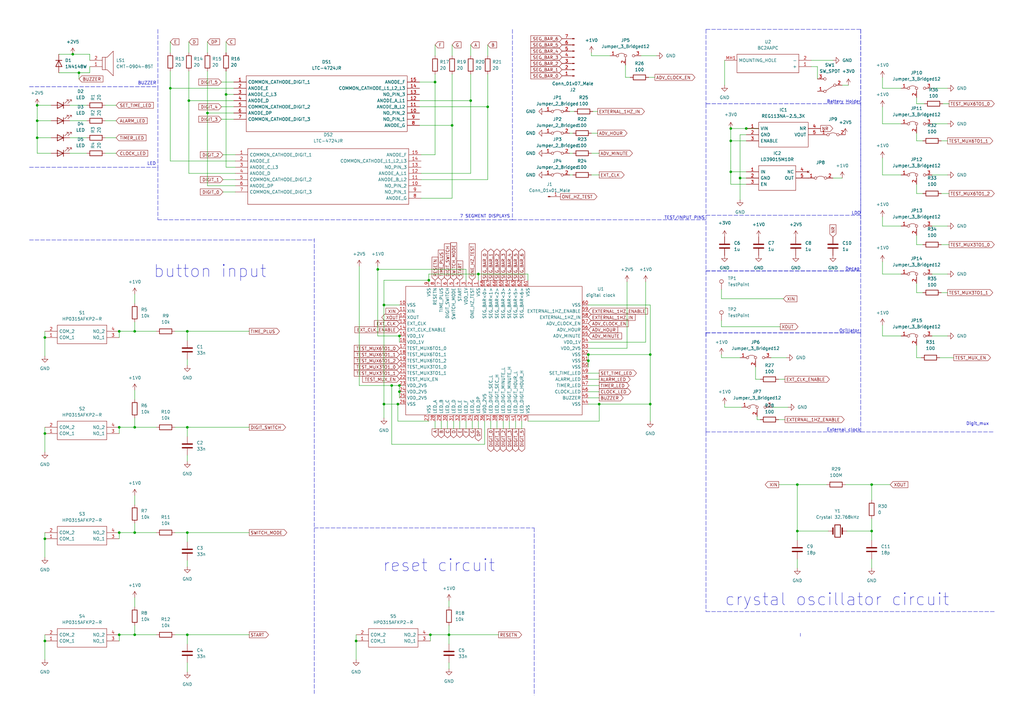
<source format=kicad_sch>
(kicad_sch (version 20211123) (generator eeschema)
  (paper "A3")
  (junction (at 29.845 22.225))
  (junction (at 327.025 198.755))
  (junction (at 55.245 135.89))
  (junction (at 15.24 43.18))
  (junction (at 18.415 220.98))
  (junction (at 193.04 41.275))
  (junction (at 18.415 177.8))
  (junction (at 15.24 49.53))
  (junction (at 175.895 114.935))
  (junction (at 146.05 262.89))
  (junction (at 299.72 52.705))
  (junction (at 48.895 218.44))
  (junction (at 76.835 218.44))
  (junction (at 92.71 38.735))
  (junction (at 69.85 36.195))
  (junction (at 178.435 33.655))
  (junction (at 303.53 73.025))
  (junction (at 299.72 57.785))
  (junction (at 85.09 46.355))
  (junction (at 15.24 56.515))
  (junction (at 76.835 135.89))
  (junction (at 55.245 260.35))
  (junction (at 48.895 135.89))
  (junction (at 163.83 137.795))
  (junction (at 306.07 52.705))
  (junction (at 163.83 160.655))
  (junction (at 163.195 165.735))
  (junction (at 299.72 70.485))
  (junction (at 18.415 262.89))
  (junction (at 245.745 165.735))
  (junction (at 357.505 217.805))
  (junction (at 76.835 175.26))
  (junction (at 157.48 125.095))
  (junction (at 163.83 158.115))
  (junction (at 55.245 175.26))
  (junction (at 160.655 158.115))
  (junction (at 266.7 145.415))
  (junction (at 200.025 43.815))
  (junction (at 154.94 110.49))
  (junction (at 48.895 175.26))
  (junction (at 196.215 112.395))
  (junction (at 48.895 260.35))
  (junction (at 176.53 260.35))
  (junction (at 241.3 147.955))
  (junction (at 157.48 165.735))
  (junction (at 266.7 165.735))
  (junction (at 357.505 198.755))
  (junction (at 185.42 51.435))
  (junction (at 241.3 145.415))
  (junction (at 327.025 217.805))
  (junction (at 76.835 260.35))
  (junction (at 77.47 41.275))
  (junction (at 32.385 29.845))
  (junction (at 18.415 138.43))
  (junction (at 184.15 260.35))
  (junction (at 55.245 218.44))
  (wire (pts (xy 77.47 41.275) (xy 95.885 41.275)))
  (wire (pts (xy 375.92 146.685) (xy 377.825 146.685)))
  (wire (pts (xy 200.025 73.66) (xy 200.025 43.815)))
  (wire (pts (xy 154.94 110.49) (xy 191.135 110.49)))
  (polyline (pts (xy 64.77 90.17) (xy 210.185 90.17)))
  (wire (pts (xy 92.71 29.21) (xy 92.71 38.735)))
  (wire (pts (xy 160.655 158.115) (xy 163.83 158.115)))
  (wire (pts (xy 76.835 229.87) (xy 76.835 232.41)))
  (polyline (pts (xy 289.56 111.125) (xy 353.06 111.125)))
  (wire (pts (xy 375.92 141.605) (xy 375.92 146.685)))
  (polyline (pts (xy 210.185 90.17) (xy 289.56 90.17)))
  (wire (pts (xy 299.72 57.785) (xy 299.72 70.485)))
  (wire (pts (xy 375.92 120.015) (xy 378.46 120.015)))
  (wire (pts (xy 361.95 50.8) (xy 369.57 50.8)))
  (wire (pts (xy 382.27 71.755) (xy 388.62 71.755)))
  (wire (pts (xy 28.575 43.18) (xy 35.56 43.18)))
  (wire (pts (xy 76.835 135.89) (xy 102.235 135.89)))
  (wire (pts (xy 186.055 172.72) (xy 186.055 175.895)))
  (wire (pts (xy 157.48 165.735) (xy 163.195 165.735)))
  (polyline (pts (xy 353.06 136.525) (xy 289.56 136.525)))
  (wire (pts (xy 48.895 260.35) (xy 55.245 260.35)))
  (wire (pts (xy 347.345 217.805) (xy 357.505 217.805)))
  (polyline (pts (xy 64.77 35.56) (xy 64.77 68.58)))
  (wire (pts (xy 76.835 175.26) (xy 102.235 175.26)))
  (wire (pts (xy 382.27 50.8) (xy 388.62 50.8)))
  (wire (pts (xy 15.24 49.53) (xy 15.24 56.515)))
  (wire (pts (xy 28.575 49.53) (xy 35.56 49.53)))
  (wire (pts (xy 176.53 260.35) (xy 176.53 262.89)))
  (wire (pts (xy 382.27 36.195) (xy 388.62 36.195)))
  (wire (pts (xy 241.3 145.415) (xy 241.3 147.955)))
  (wire (pts (xy 36.83 29.845) (xy 32.385 29.845)))
  (wire (pts (xy 76.835 186.69) (xy 76.835 189.23)))
  (wire (pts (xy 203.835 172.72) (xy 203.835 175.895)))
  (wire (pts (xy 76.835 218.44) (xy 76.835 222.25)))
  (wire (pts (xy 55.245 218.44) (xy 64.135 218.44)))
  (wire (pts (xy 76.835 260.35) (xy 102.235 260.35)))
  (wire (pts (xy 361.95 36.195) (xy 369.57 36.195)))
  (wire (pts (xy 206.375 172.72) (xy 206.375 175.895)))
  (wire (pts (xy 163.83 137.795) (xy 163.83 140.335)))
  (wire (pts (xy 175.895 172.72) (xy 163.195 172.72)))
  (wire (pts (xy 306.07 52.705) (xy 299.72 52.705)))
  (wire (pts (xy 361.95 92.71) (xy 369.57 92.71)))
  (polyline (pts (xy 128.905 216.535) (xy 219.075 216.535)))
  (wire (pts (xy 178.435 33.655) (xy 172.085 33.655)))
  (wire (pts (xy 154.94 109.22) (xy 154.94 110.49)))
  (wire (pts (xy 91.44 78.74) (xy 96.52 78.74)))
  (wire (pts (xy 188.595 172.72) (xy 188.595 175.895)))
  (wire (pts (xy 266.7 165.735) (xy 245.745 165.735)))
  (wire (pts (xy 160.655 182.245) (xy 160.655 158.115)))
  (wire (pts (xy 309.88 155.575) (xy 309.88 150.495)))
  (wire (pts (xy 335.28 32.385) (xy 335.28 27.305)))
  (wire (pts (xy 242.57 21.59) (xy 242.57 22.86)))
  (wire (pts (xy 55.245 203.2) (xy 55.245 207.01)))
  (wire (pts (xy 55.245 135.89) (xy 64.135 135.89)))
  (polyline (pts (xy 289.56 88.265) (xy 353.06 88.265)))
  (wire (pts (xy 48.895 175.26) (xy 55.245 175.26)))
  (wire (pts (xy 299.72 52.705) (xy 299.72 57.785)))
  (wire (pts (xy 311.785 155.575) (xy 309.88 155.575)))
  (wire (pts (xy 147.32 158.115) (xy 160.655 158.115)))
  (wire (pts (xy 163.195 172.72) (xy 163.195 165.735)))
  (wire (pts (xy 48.895 218.44) (xy 48.895 220.98)))
  (polyline (pts (xy 289.56 12.065) (xy 289.56 42.545)))
  (wire (pts (xy 18.415 175.26) (xy 18.415 177.8)))
  (polyline (pts (xy 12.065 35.56) (xy 64.77 35.56)))
  (wire (pts (xy 241.3 163.195) (xy 245.745 163.195)))
  (wire (pts (xy 332.74 27.305) (xy 335.28 27.305)))
  (wire (pts (xy 357.505 198.755) (xy 357.505 205.105)))
  (wire (pts (xy 191.135 114.935) (xy 191.135 110.49)))
  (wire (pts (xy 311.15 52.705) (xy 306.07 52.705)))
  (wire (pts (xy 91.44 63.5) (xy 96.52 63.5)))
  (wire (pts (xy 361.95 31.75) (xy 361.95 36.195)))
  (wire (pts (xy 69.85 66.04) (xy 96.52 66.04)))
  (wire (pts (xy 242.57 54.61) (xy 245.11 54.61)))
  (wire (pts (xy 55.245 132.08) (xy 55.245 135.89)))
  (wire (pts (xy 295.91 146.685) (xy 303.53 146.685)))
  (wire (pts (xy 327.025 229.235) (xy 327.025 233.045)))
  (wire (pts (xy 157.48 171.45) (xy 157.48 165.735)))
  (wire (pts (xy 213.995 172.72) (xy 213.995 175.895)))
  (wire (pts (xy 18.415 135.89) (xy 18.415 138.43)))
  (wire (pts (xy 303.53 73.025) (xy 303.53 55.245)))
  (wire (pts (xy 245.745 172.72) (xy 245.745 165.735)))
  (polyline (pts (xy 353.06 12.065) (xy 353.06 42.545)))
  (wire (pts (xy 256.54 31.75) (xy 256.54 26.67)))
  (wire (pts (xy 92.71 17.145) (xy 92.71 21.59)))
  (wire (pts (xy 386.715 42.545) (xy 389.255 42.545)))
  (wire (pts (xy 375.92 116.205) (xy 375.92 120.015)))
  (wire (pts (xy 18.415 138.43) (xy 18.415 146.05)))
  (wire (pts (xy 85.09 46.355) (xy 95.885 46.355)))
  (wire (pts (xy 15.24 43.18) (xy 15.24 49.53)))
  (wire (pts (xy 233.68 71.755) (xy 234.95 71.755)))
  (wire (pts (xy 185.42 51.435) (xy 172.085 51.435)))
  (wire (pts (xy 69.85 17.145) (xy 69.85 21.59)))
  (wire (pts (xy 28.575 56.515) (xy 35.56 56.515)))
  (wire (pts (xy 361.95 43.815) (xy 361.95 50.8)))
  (wire (pts (xy 184.15 260.35) (xy 204.47 260.35)))
  (wire (pts (xy 24.13 22.225) (xy 29.845 22.225)))
  (wire (pts (xy 154.94 110.49) (xy 154.94 137.795)))
  (wire (pts (xy 241.3 153.035) (xy 245.745 153.035)))
  (wire (pts (xy 18.415 220.98) (xy 18.415 228.6)))
  (wire (pts (xy 327.025 221.615) (xy 327.025 217.805)))
  (wire (pts (xy 184.15 271.78) (xy 184.15 274.32)))
  (wire (pts (xy 299.72 57.785) (xy 306.07 57.785)))
  (wire (pts (xy 18.415 218.44) (xy 18.415 220.98)))
  (polyline (pts (xy 289.56 111.125) (xy 353.06 111.125)))
  (wire (pts (xy 303.53 73.025) (xy 306.07 73.025)))
  (wire (pts (xy 185.42 81.28) (xy 172.72 81.28)))
  (polyline (pts (xy 353.06 42.545) (xy 353.06 42.545)))
  (wire (pts (xy 295.91 131.445) (xy 295.91 133.985)))
  (wire (pts (xy 295.91 118.745) (xy 295.91 122.555)))
  (wire (pts (xy 85.09 29.21) (xy 85.09 46.355)))
  (wire (pts (xy 295.91 145.415) (xy 295.91 146.685)))
  (polyline (pts (xy 353.06 42.545) (xy 289.56 42.545)))
  (wire (pts (xy 48.895 218.44) (xy 55.245 218.44)))
  (wire (pts (xy 266.7 172.72) (xy 266.7 165.735)))
  (wire (pts (xy 180.975 172.72) (xy 180.975 175.895)))
  (wire (pts (xy 242.57 22.86) (xy 250.19 22.86)))
  (wire (pts (xy 32.385 29.845) (xy 32.385 32.385)))
  (wire (pts (xy 43.18 49.53) (xy 47.625 49.53)))
  (wire (pts (xy 55.245 120.65) (xy 55.245 124.46)))
  (wire (pts (xy 327.025 217.805) (xy 327.025 198.755)))
  (wire (pts (xy 327.025 198.755) (xy 339.09 198.755)))
  (wire (pts (xy 85.09 17.145) (xy 85.09 21.59)))
  (wire (pts (xy 185.42 51.435) (xy 185.42 81.28)))
  (wire (pts (xy 178.435 63.5) (xy 172.72 63.5)))
  (wire (pts (xy 316.23 146.685) (xy 322.58 146.685)))
  (wire (pts (xy 375.92 79.375) (xy 375.92 75.565)))
  (wire (pts (xy 15.24 49.53) (xy 20.955 49.53)))
  (polyline (pts (xy 353.06 88.265) (xy 353.06 111.125)))
  (polyline (pts (xy 12.065 98.425) (xy 128.905 98.425)))
  (wire (pts (xy 15.24 43.18) (xy 20.955 43.18)))
  (wire (pts (xy 55.245 175.26) (xy 64.135 175.26)))
  (wire (pts (xy 176.53 260.35) (xy 184.15 260.35)))
  (wire (pts (xy 241.3 155.575) (xy 245.745 155.575)))
  (wire (pts (xy 92.71 68.58) (xy 96.52 68.58)))
  (wire (pts (xy 157.48 114.935) (xy 157.48 125.095)))
  (wire (pts (xy 357.505 217.805) (xy 357.505 221.615)))
  (wire (pts (xy 243.205 45.72) (xy 245.11 45.72)))
  (wire (pts (xy 266.7 125.095) (xy 266.7 145.415)))
  (wire (pts (xy 361.95 107.315) (xy 361.95 112.395)))
  (polyline (pts (xy 289.56 250.825) (xy 408.305 250.825)))
  (wire (pts (xy 264.795 140.335) (xy 241.3 140.335)))
  (wire (pts (xy 242.57 71.755) (xy 245.745 71.755)))
  (wire (pts (xy 183.515 172.72) (xy 183.515 175.895)))
  (wire (pts (xy 147.32 109.22) (xy 147.32 158.115)))
  (wire (pts (xy 361.95 88.9) (xy 361.95 92.71)))
  (wire (pts (xy 18.415 260.35) (xy 18.415 262.89)))
  (wire (pts (xy 241.3 158.115) (xy 245.745 158.115)))
  (wire (pts (xy 193.04 71.12) (xy 172.72 71.12)))
  (wire (pts (xy 178.435 30.48) (xy 178.435 33.655)))
  (wire (pts (xy 43.18 62.865) (xy 47.625 62.865)))
  (polyline (pts (xy 289.56 12.065) (xy 353.06 12.065)))
  (wire (pts (xy 15.24 56.515) (xy 15.24 62.865)))
  (wire (pts (xy 185.42 18.415) (xy 185.42 22.86)))
  (wire (pts (xy 382.27 112.395) (xy 388.62 112.395)))
  (wire (pts (xy 357.505 212.725) (xy 357.505 217.805)))
  (wire (pts (xy 211.455 172.72) (xy 211.455 175.895)))
  (wire (pts (xy 28.575 62.865) (xy 35.56 62.865)))
  (wire (pts (xy 316.865 167.005) (xy 323.215 167.005)))
  (wire (pts (xy 77.47 29.21) (xy 77.47 41.275)))
  (wire (pts (xy 85.09 46.355) (xy 85.09 76.2)))
  (wire (pts (xy 299.72 70.485) (xy 306.07 70.485)))
  (wire (pts (xy 76.835 218.44) (xy 102.235 218.44)))
  (wire (pts (xy 185.42 30.48) (xy 185.42 51.435)))
  (polyline (pts (xy 289.56 177.165) (xy 353.06 177.165)))
  (wire (pts (xy 76.835 260.35) (xy 76.835 264.16)))
  (wire (pts (xy 154.94 137.795) (xy 163.83 137.795)))
  (wire (pts (xy 36.83 27.305) (xy 36.83 29.845)))
  (wire (pts (xy 264.795 115.57) (xy 264.795 140.335)))
  (wire (pts (xy 257.175 115.57) (xy 257.175 142.875)))
  (wire (pts (xy 69.85 36.195) (xy 69.85 66.04)))
  (wire (pts (xy 242.57 62.865) (xy 245.745 62.865)))
  (wire (pts (xy 386.08 120.015) (xy 388.62 120.015)))
  (wire (pts (xy 361.95 112.395) (xy 369.57 112.395)))
  (wire (pts (xy 245.745 165.735) (xy 241.3 165.735)))
  (wire (pts (xy 361.95 71.755) (xy 369.57 71.755)))
  (polyline (pts (xy 289.56 136.525) (xy 289.56 137.795)))
  (polyline (pts (xy 289.56 136.525) (xy 353.06 136.525)))
  (wire (pts (xy 18.415 262.89) (xy 18.415 270.51)))
  (wire (pts (xy 233.68 45.72) (xy 235.585 45.72)))
  (wire (pts (xy 178.435 33.655) (xy 178.435 63.5)))
  (wire (pts (xy 69.85 36.195) (xy 95.885 36.195)))
  (wire (pts (xy 375.92 100.33) (xy 378.46 100.33)))
  (wire (pts (xy 375.92 57.785) (xy 375.92 54.61)))
  (wire (pts (xy 146.05 262.89) (xy 146.05 270.51)))
  (wire (pts (xy 310.515 172.085) (xy 311.785 172.085)))
  (wire (pts (xy 382.27 137.795) (xy 388.62 137.795)))
  (wire (pts (xy 319.405 172.085) (xy 321.945 172.085)))
  (wire (pts (xy 266.065 31.75) (xy 268.605 31.75)))
  (wire (pts (xy 163.83 160.655) (xy 163.83 163.195)))
  (wire (pts (xy 55.245 160.02) (xy 55.245 163.83)))
  (wire (pts (xy 172.72 73.66) (xy 200.025 73.66)))
  (polyline (pts (xy 289.56 177.165) (xy 289.56 250.825)))
  (wire (pts (xy 36.83 22.225) (xy 36.83 24.765)))
  (wire (pts (xy 303.53 55.245) (xy 306.07 55.245)))
  (wire (pts (xy 163.195 165.735) (xy 163.83 165.735)))
  (wire (pts (xy 310.515 170.815) (xy 310.515 172.085)))
  (wire (pts (xy 241.3 145.415) (xy 266.7 145.415)))
  (wire (pts (xy 258.445 31.75) (xy 256.54 31.75)))
  (wire (pts (xy 43.18 56.515) (xy 47.625 56.515)))
  (wire (pts (xy 332.74 24.765) (xy 341.63 24.765)))
  (wire (pts (xy 375.92 57.785) (xy 378.46 57.785)))
  (wire (pts (xy 241.3 125.095) (xy 266.7 125.095)))
  (wire (pts (xy 175.895 112.395) (xy 196.215 112.395)))
  (wire (pts (xy 295.91 122.555) (xy 321.31 122.555)))
  (wire (pts (xy 193.04 18.415) (xy 193.04 22.86)))
  (wire (pts (xy 184.15 256.54) (xy 184.15 260.35)))
  (wire (pts (xy 76.835 175.26) (xy 76.835 179.07)))
  (wire (pts (xy 361.95 133.35) (xy 361.95 137.795)))
  (wire (pts (xy 233.68 62.865) (xy 234.95 62.865)))
  (wire (pts (xy 375.92 42.545) (xy 375.92 40.005)))
  (wire (pts (xy 85.09 76.2) (xy 96.52 76.2)))
  (wire (pts (xy 375.92 96.52) (xy 375.92 100.33)))
  (polyline (pts (xy 353.06 85.725) (xy 353.06 106.045)))
  (wire (pts (xy 361.95 64.77) (xy 361.95 71.755)))
  (polyline (pts (xy 128.905 97.79) (xy 128.905 284.48)))
  (wire (pts (xy 382.27 92.71) (xy 388.62 92.71)))
  (wire (pts (xy 200.025 18.415) (xy 200.025 22.86)))
  (wire (pts (xy 193.675 172.72) (xy 193.675 175.895)))
  (wire (pts (xy 386.08 79.375) (xy 389.255 79.375)))
  (wire (pts (xy 201.295 172.72) (xy 201.295 175.895)))
  (wire (pts (xy 43.18 43.18) (xy 47.625 43.18)))
  (polyline (pts (xy 210.185 12.065) (xy 210.185 90.17)))
  (wire (pts (xy 196.215 114.935) (xy 196.215 112.395)))
  (wire (pts (xy 193.04 41.275) (xy 193.04 71.12)))
  (wire (pts (xy 299.72 75.565) (xy 306.07 75.565)))
  (wire (pts (xy 191.135 172.72) (xy 191.135 175.895)))
  (polyline (pts (xy 12.065 68.58) (xy 64.77 68.58)))
  (wire (pts (xy 76.835 271.78) (xy 76.835 275.59)))
  (wire (pts (xy 196.215 172.72) (xy 196.215 175.895)))
  (wire (pts (xy 303.53 81.915) (xy 303.53 73.025)))
  (wire (pts (xy 299.72 70.485) (xy 299.72 75.565)))
  (wire (pts (xy 157.48 125.095) (xy 157.48 165.735)))
  (wire (pts (xy 172.085 43.815) (xy 200.025 43.815)))
  (wire (pts (xy 345.44 34.925) (xy 347.98 34.925)))
  (wire (pts (xy 55.245 171.45) (xy 55.245 175.26)))
  (wire (pts (xy 20.955 62.865) (xy 15.24 62.865)))
  (wire (pts (xy 163.83 158.115) (xy 163.83 160.655)))
  (wire (pts (xy 198.755 172.72) (xy 198.755 182.245)))
  (wire (pts (xy 48.895 175.26) (xy 48.895 177.8)))
  (polyline (pts (xy 353.06 12.065) (xy 353.06 85.725)))
  (wire (pts (xy 69.85 29.21) (xy 69.85 36.195)))
  (polyline (pts (xy 328.295 259.715) (xy 328.295 260.985)))
  (wire (pts (xy 196.215 112.395) (xy 216.535 112.395)))
  (wire (pts (xy 55.245 245.11) (xy 55.245 248.92)))
  (wire (pts (xy 386.08 100.33) (xy 389.255 100.33)))
  (wire (pts (xy 29.845 22.225) (xy 36.83 22.225)))
  (wire (pts (xy 55.245 256.54) (xy 55.245 260.35)))
  (wire (pts (xy 91.44 73.66) (xy 96.52 73.66)))
  (polyline (pts (xy 353.06 177.165) (xy 407.67 177.165)))
  (wire (pts (xy 257.175 142.875) (xy 241.3 142.875)))
  (wire (pts (xy 178.435 18.415) (xy 178.435 22.86)))
  (polyline (pts (xy 353.06 177.165) (xy 353.06 136.525)))
  (wire (pts (xy 163.83 125.095) (xy 157.48 125.095)))
  (polyline (pts (xy 289.56 42.545) (xy 289.56 88.265)))
  (wire (pts (xy 90.805 48.895) (xy 95.885 48.895)))
  (wire (pts (xy 18.415 177.8) (xy 18.415 185.42)))
  (wire (pts (xy 341.63 73.025) (xy 345.44 73.025)))
  (wire (pts (xy 71.755 218.44) (xy 76.835 218.44)))
  (polyline (pts (xy 289.56 111.125) (xy 289.56 136.525)))
  (wire (pts (xy 48.895 135.89) (xy 55.245 135.89)))
  (wire (pts (xy 297.18 165.735) (xy 297.18 167.005)))
  (polyline (pts (xy 64.77 12.065) (xy 64.77 35.56)))
  (wire (pts (xy 71.755 175.26) (xy 76.835 175.26)))
  (wire (pts (xy 55.245 214.63) (xy 55.245 218.44)))
  (wire (pts (xy 193.04 30.48) (xy 193.04 41.275)))
  (polyline (pts (xy 289.56 88.265) (xy 289.56 111.125)))
  (wire (pts (xy 386.08 57.785) (xy 388.62 57.785)))
  (wire (pts (xy 319.405 198.755) (xy 327.025 198.755)))
  (polyline (pts (xy 353.06 136.525) (xy 353.06 111.125)))
  (wire (pts (xy 178.435 172.72) (xy 178.435 175.895)))
  (wire (pts (xy 175.895 112.395) (xy 175.895 114.935)))
  (wire (pts (xy 90.805 43.815) (xy 95.885 43.815)))
  (wire (pts (xy 319.405 155.575) (xy 321.945 155.575)))
  (wire (pts (xy 90.805 33.655) (xy 95.885 33.655)))
  (wire (pts (xy 92.71 38.735) (xy 92.71 68.58)))
  (wire (pts (xy 216.535 172.72) (xy 245.745 172.72)))
  (wire (pts (xy 76.835 147.32) (xy 76.835 149.86)))
  (wire (pts (xy 76.835 135.89) (xy 76.835 139.7)))
  (wire (pts (xy 361.95 137.795) (xy 369.57 137.795)))
  (wire (pts (xy 77.47 71.12) (xy 96.52 71.12)))
  (wire (pts (xy 297.18 24.765) (xy 297.18 34.925)))
  (wire (pts (xy 32.385 29.845) (xy 24.13 29.845)))
  (wire (pts (xy 297.18 167.005) (xy 304.165 167.005)))
  (polyline (pts (xy 353.06 88.265) (xy 353.06 88.265)))
  (wire (pts (xy 375.92 79.375) (xy 378.46 79.375)))
  (wire (pts (xy 375.92 42.545) (xy 379.095 42.545)))
  (wire (pts (xy 175.895 114.935) (xy 157.48 114.935)))
  (wire (pts (xy 233.68 54.61) (xy 234.95 54.61)))
  (polyline (pts (xy 64.77 68.58) (xy 64.77 90.17)))
  (wire (pts (xy 71.755 135.89) (xy 76.835 135.89)))
  (wire (pts (xy 241.3 147.955) (xy 241.3 150.495)))
  (wire (pts (xy 346.71 198.755) (xy 357.505 198.755)))
  (wire (pts (xy 266.7 145.415) (xy 266.7 165.735)))
  (wire (pts (xy 77.47 41.275) (xy 77.47 71.12)))
  (wire (pts (xy 357.505 198.755) (xy 365.125 198.755)))
  (wire (pts (xy 172.085 41.275) (xy 193.04 41.275)))
  (wire (pts (xy 216.535 114.935) (xy 216.535 112.395)))
  (wire (pts (xy 15.24 56.515) (xy 20.955 56.515)))
  (wire (pts (xy 295.91 133.985) (xy 320.04 133.985)))
  (wire (pts (xy 184.15 260.35) (xy 184.15 264.16)))
  (wire (pts (xy 184.15 246.38) (xy 184.15 248.92)))
  (polyline (pts (xy 219.075 216.535) (xy 219.075 285.115)))
  (wire (pts (xy 262.89 22.86) (xy 269.24 22.86)))
  (wire (pts (xy 146.05 260.35) (xy 146.05 262.89)))
  (wire (pts (xy 241.3 160.655) (xy 245.745 160.655)))
  (wire (pts (xy 48.895 260.35) (xy 48.895 262.89)))
  (wire (pts (xy 208.915 172.72) (xy 208.915 175.895)))
  (polyline (pts (xy 353.06 42.545) (xy 353.06 88.265)))
  (wire (pts (xy 48.895 135.89) (xy 48.895 138.43)))
  (wire (pts (xy 77.47 17.145) (xy 77.47 21.59)))
  (wire (pts (xy 357.505 229.235) (xy 357.505 233.045)))
  (wire (pts (xy 92.71 38.735) (xy 95.885 38.735)))
  (wire (pts (xy 71.755 260.35) (xy 76.835 260.35)))
  (polyline (pts (xy 289.56 136.525) (xy 289.56 177.165)))
  (wire (pts (xy 55.245 260.35) (xy 64.135 260.35)))
  (wire (pts (xy 198.755 182.245) (xy 160.655 182.245)))
  (wire (pts (xy 327.025 217.805) (xy 339.725 217.805)))
  (wire (pts (xy 200.025 30.48) (xy 200.025 43.815)))
  (wire (pts (xy 385.445 146.685) (xy 391.16 146.685)))
  (text "External clock" (at 339.09 177.165 0) (effects (font (size 1.27 1.27)) (justify left bottom)))
  (text "TEST/INPUT PINS" (at 272.415 90.17 0) (effects (font (size 1.27 1.27)) (justify left bottom)))
  (text "button input" (at 62.865 114.3 0) (effects (font (size 5 5)) (justify left bottom)))
  (text "BUZZER\n" (at 56.515 34.925 0) (effects (font (size 1.27 1.27)) (justify left bottom)))
  (text "Decap" (at 346.71 111.125 0) (effects (font (size 1.27 1.27)) (justify left bottom)))
  (text "crystal oscillator circuit" (at 297.18 248.92 0) (effects (font (size 5 5)) (justify left bottom)))
  (text "Ocillator" (at 344.17 136.525 0) (effects (font (size 1.27 1.27)) (justify left bottom)))
  (text "7 SEGMENT DISPLAYS\n" (at 188.595 89.535 0) (effects (font (size 1.27 1.27)) (justify left bottom)))
  (text "LDO" (at 349.25 88.265 0) (effects (font (size 1.27 1.27)) (justify left bottom)))
  (text "reset circuit" (at 156.845 234.95 0) (effects (font (size 5 5)) (justify left bottom)))
  (text "Battery Holder" (at 339.09 42.545 0) (effects (font (size 1.27 1.27)) (justify left bottom)))
  (text "LED" (at 60.325 67.945 0) (effects (font (size 1.27 1.27)) (justify left bottom)))
  (text "Digit_mux" (at 396.24 174.625 0) (effects (font (size 1.27 1.27)) (justify left bottom)))
  (global_label "E" (shape input) (at 69.85 17.145 0) (property "Intersheet References" "${INTERSHEET_REFS}" (effects hide)))
  (global_label "RESETN" (shape input) (at 178.435 114.935 90) (property "Intersheet References" "${INTERSHEET_REFS}" (effects hide)))
  (global_label "C" (shape output) (at 183.515 175.895 270) (property "Intersheet References" "${INTERSHEET_REFS}" (effects hide)))
  (global_label "ADV_HOUR" (shape input) (at 241.3 135.255 0) (property "Intersheet References" "${INTERSHEET_REFS}" (effects hide)))
  (global_label "D" (shape input) (at 77.47 17.145 0) (property "Intersheet References" "${INTERSHEET_REFS}" (effects hide)))
  (global_label "F" (shape input) (at 178.435 18.415 0) (property "Intersheet References" "${INTERSHEET_REFS}" (effects hide)))
  (global_label "EXTERNAL_1HZ_IN" (shape output) (at 245.11 45.72 0) (property "Intersheet References" "${INTERSHEET_REFS}" (effects hide)))
  (global_label "TEST_MUX3TO1_0" (shape input) (at 163.83 150.495 180) (property "Intersheet References" "${INTERSHEET_REFS}" (effects hide)))
  (global_label "DIGIT_1" (shape input) (at 91.44 73.66 180) (property "Intersheet References" "${INTERSHEET_REFS}" (effects hide)))
  (global_label "EXTERNAL_1HZ_ENABLE" (shape input) (at 241.3 127.635 0) (property "Intersheet References" "${INTERSHEET_REFS}" (effects hide)))
  (global_label "TEST_MUX3TO1_0" (shape output) (at 389.255 100.33 0) (property "Intersheet References" "${INTERSHEET_REFS}" (effects hide)))
  (global_label "TEST_MUX6TO1_1" (shape input) (at 163.83 145.415 180) (property "Intersheet References" "${INTERSHEET_REFS}" (effects hide)))
  (global_label "ADV_CLOCK_EN" (shape output) (at 268.605 31.75 0) (property "Intersheet References" "${INTERSHEET_REFS}" (effects hide)))
  (global_label "SWITCH_MODE" (shape output) (at 102.235 218.44 0) (property "Intersheet References" "${INTERSHEET_REFS}" (effects hide)))
  (global_label "DIGIT_3" (shape output) (at 208.915 175.895 270) (property "Intersheet References" "${INTERSHEET_REFS}" (effects hide)))
  (global_label "EXT_CLK" (shape output) (at 245.745 71.755 0) (property "Intersheet References" "${INTERSHEET_REFS}" (effects hide)))
  (global_label "START" (shape input) (at 188.595 114.935 90) (property "Intersheet References" "${INTERSHEET_REFS}" (effects hide)))
  (global_label "TEST_MUX3TO1_1" (shape output) (at 388.62 120.015 0) (property "Intersheet References" "${INTERSHEET_REFS}" (effects hide)))
  (global_label "RESETN" (shape output) (at 204.47 260.35 0) (property "Intersheet References" "${INTERSHEET_REFS}" (effects hide)))
  (global_label "EXTERNAL_1HZ_IN" (shape input) (at 241.3 130.175 0) (property "Intersheet References" "${INTERSHEET_REFS}" (effects hide)))
  (global_label "DIGIT_5" (shape input) (at 90.805 33.655 180) (property "Intersheet References" "${INTERSHEET_REFS}" (effects hide)))
  (global_label "DIGIT_5" (shape output) (at 213.995 175.895 270) (property "Intersheet References" "${INTERSHEET_REFS}" (effects hide)))
  (global_label "A" (shape input) (at 193.04 18.415 0) (property "Intersheet References" "${INTERSHEET_REFS}" (effects hide)))
  (global_label "B" (shape input) (at 200.025 18.415 0) (property "Intersheet References" "${INTERSHEET_REFS}" (effects hide)))
  (global_label "SEG_BAR_5" (shape output) (at 211.455 114.935 90) (property "Intersheet References" "${INTERSHEET_REFS}" (effects hide)))
  (global_label "DIGIT_4" (shape input) (at 90.805 43.815 180) (property "Intersheet References" "${INTERSHEET_REFS}" (effects hide)))
  (global_label "TIMER_LED" (shape output) (at 245.745 158.115 0) (property "Intersheet References" "${INTERSHEET_REFS}" (effects hide)))
  (global_label "NR" (shape output) (at 336.55 52.705 0) (property "Intersheet References" "${INTERSHEET_REFS}" (effects hide)))
  (global_label "E" (shape output) (at 188.595 175.895 270) (property "Intersheet References" "${INTERSHEET_REFS}" (effects hide)))
  (global_label "ALARM_LED" (shape input) (at 47.625 49.53 0) (property "Intersheet References" "${INTERSHEET_REFS}" (effects hide)))
  (global_label "TIME_PLUS" (shape output) (at 102.235 135.89 0) (property "Intersheet References" "${INTERSHEET_REFS}" (effects hide)))
  (global_label "TEST_MUX6TO1_0" (shape input) (at 163.83 142.875 180) (property "Intersheet References" "${INTERSHEET_REFS}" (effects hide)))
  (global_label "XOUT" (shape output) (at 163.83 130.175 180) (property "Intersheet References" "${INTERSHEET_REFS}" (effects hide)))
  (global_label "SEG_BAR_2" (shape output) (at 203.835 114.935 90) (property "Intersheet References" "${INTERSHEET_REFS}" (effects hide)))
  (global_label "DIGIT_4" (shape output) (at 211.455 175.895 270) (property "Intersheet References" "${INTERSHEET_REFS}" (effects hide)))
  (global_label "DIGIT_SWITCH" (shape input) (at 183.515 114.935 90) (property "Intersheet References" "${INTERSHEET_REFS}" (effects hide)))
  (global_label "DIGIT_0" (shape input) (at 91.44 78.74 180) (property "Intersheet References" "${INTERSHEET_REFS}" (effects hide)))
  (global_label "TEST_MUX_EN" (shape output) (at 391.16 146.685 0) (property "Intersheet References" "${INTERSHEET_REFS}" (effects hide)))
  (global_label "XIN" (shape input) (at 321.31 122.555 0) (property "Intersheet References" "${INTERSHEET_REFS}" (effects hide)))
  (global_label "G" (shape input) (at 185.42 18.415 0) (property "Intersheet References" "${INTERSHEET_REFS}" (effects hide)))
  (global_label "SEG_BAR_4" (shape input) (at 230.505 20.955 180) (property "Intersheet References" "${INTERSHEET_REFS}" (effects hide)))
  (global_label "CLOCK_LED" (shape output) (at 245.745 160.655 0) (property "Intersheet References" "${INTERSHEET_REFS}" (effects hide)))
  (global_label "ADV_HOUR" (shape output) (at 245.11 54.61 0) (property "Intersheet References" "${INTERSHEET_REFS}" (effects hide)))
  (global_label "SEG_BAR_1" (shape output) (at 201.295 114.935 90) (property "Intersheet References" "${INTERSHEET_REFS}" (effects hide)))
  (global_label "SEG_BAR_1" (shape input) (at 230.505 28.575 180) (property "Intersheet References" "${INTERSHEET_REFS}" (effects hide)))
  (global_label "F" (shape output) (at 191.135 175.895 270) (property "Intersheet References" "${INTERSHEET_REFS}" (effects hide)))
  (global_label "ONE_HZ_TEST" (shape output) (at 229.87 80.645 0) (property "Intersheet References" "${INTERSHEET_REFS}" (effects hide)))
  (global_label "SEG_BAR_3" (shape output) (at 206.375 114.935 90) (property "Intersheet References" "${INTERSHEET_REFS}" (effects hide)))
  (global_label "SEG_BAR_2" (shape input) (at 230.505 26.035 180) (property "Intersheet References" "${INTERSHEET_REFS}" (effects hide)))
  (global_label "TEST_MUX_EN" (shape input) (at 163.83 155.575 180) (property "Intersheet References" "${INTERSHEET_REFS}" (effects hide)))
  (global_label "SEG_BAR_6" (shape input) (at 230.505 15.875 180) (property "Intersheet References" "${INTERSHEET_REFS}" (effects hide)))
  (global_label "C" (shape input) (at 92.71 17.145 0) (property "Intersheet References" "${INTERSHEET_REFS}" (effects hide)))
  (global_label "SEG_BAR_6" (shape output) (at 213.995 114.935 90) (property "Intersheet References" "${INTERSHEET_REFS}" (effects hide)))
  (global_label "ONE_HZ_TEST" (shape input) (at 193.675 114.935 90) (property "Intersheet References" "${INTERSHEET_REFS}" (effects hide)))
  (global_label "BUZZER" (shape input) (at 32.385 32.385 0) (property "Intersheet References" "${INTERSHEET_REFS}" (effects hide)))
  (global_label "A" (shape output) (at 178.435 175.895 270) (property "Intersheet References" "${INTERSHEET_REFS}" (effects hide)))
  (global_label "DIGIT_2" (shape output) (at 206.375 175.895 270) (property "Intersheet References" "${INTERSHEET_REFS}" (effects hide)))
  (global_label "TIMER_LED" (shape input) (at 47.625 56.515 0) (property "Intersheet References" "${INTERSHEET_REFS}" (effects hide)))
  (global_label "NR" (shape input) (at 341.63 97.155 90) (property "Intersheet References" "${INTERSHEET_REFS}" (effects hide)))
  (global_label "SET_TIME_LED" (shape output) (at 245.745 153.035 0) (property "Intersheet References" "${INTERSHEET_REFS}" (effects hide)))
  (global_label "SEG_BAR_0" (shape output) (at 198.755 114.935 90) (property "Intersheet References" "${INTERSHEET_REFS}" (effects hide)))
  (global_label "DIGIT_2" (shape input) (at 91.44 63.5 180) (property "Intersheet References" "${INTERSHEET_REFS}" (effects hide)))
  (global_label "TEST_MUX6TO1_2" (shape input) (at 163.83 147.955 180) (property "Intersheet References" "${INTERSHEET_REFS}" (effects hide)))
  (global_label "SEG_BAR_0" (shape input) (at 230.505 31.115 180) (property "Intersheet References" "${INTERSHEET_REFS}" (effects hide)))
  (global_label "SWITCH_MODE" (shape input) (at 186.055 114.935 90) (property "Intersheet References" "${INTERSHEET_REFS}" (effects hide)))
  (global_label "DIGIT_3" (shape input) (at 90.805 48.895 180) (property "Intersheet References" "${INTERSHEET_REFS}" (effects hide)))
  (global_label "XOUT" (shape output) (at 320.04 133.985 0) (property "Intersheet References" "${INTERSHEET_REFS}" (effects hide)))
  (global_label "SET_TIME_LED" (shape input) (at 47.625 43.18 0) (property "Intersheet References" "${INTERSHEET_REFS}" (effects hide)))
  (global_label "TEST_MUX6TO1_1" (shape output) (at 388.62 57.785 0) (property "Intersheet References" "${INTERSHEET_REFS}" (effects hide)))
  (global_label "EXT_CLK_ENABLE" (shape input) (at 163.83 135.255 180) (property "Intersheet References" "${INTERSHEET_REFS}" (effects hide)))
  (global_label "START" (shape output) (at 102.235 260.35 0) (property "Intersheet References" "${INTERSHEET_REFS}" (effects hide)))
  (global_label "TIME_PLUS" (shape input) (at 180.975 114.935 90) (property "Intersheet References" "${INTERSHEET_REFS}" (effects hide)))
  (global_label "EXTERNAL_1HZ_ENABLE" (shape output) (at 321.945 172.085 0) (property "Intersheet References" "${INTERSHEET_REFS}" (effects hide)))
  (global_label "DIGIT_1" (shape output) (at 203.835 175.895 270) (property "Intersheet References" "${INTERSHEET_REFS}" (effects hide)))
  (global_label "DIGIT_SWITCH" (shape output) (at 102.235 175.26 0) (property "Intersheet References" "${INTERSHEET_REFS}" (effects hide)))
  (global_label "TEST_MUX6TO1_2" (shape output) (at 389.255 79.375 0) (property "Intersheet References" "${INTERSHEET_REFS}" (effects hide)))
  (global_label "TEST_MUX3TO1_1" (shape input) (at 163.83 153.035 180) (property "Intersheet References" "${INTERSHEET_REFS}" (effects hide)))
  (global_label "XIN" (shape input) (at 163.83 127.635 180) (property "Intersheet References" "${INTERSHEET_REFS}" (effects hide)))
  (global_label "DP" (shape input) (at 85.09 17.145 0) (property "Intersheet References" "${INTERSHEET_REFS}" (effects hide)))
  (global_label "ADV_CLOCK_EN" (shape input) (at 241.3 132.715 0) (property "Intersheet References" "${INTERSHEET_REFS}" (effects hide)))
  (global_label "G" (shape output) (at 193.675 175.895 270) (property "Intersheet References" "${INTERSHEET_REFS}" (effects hide)))
  (global_label "ALARM_LED" (shape output) (at 245.745 155.575 0) (property "Intersheet References" "${INTERSHEET_REFS}" (effects hide)))
  (global_label "DP" (shape output) (at 196.215 175.895 270) (property "Intersheet References" "${INTERSHEET_REFS}" (effects hide)))
  (global_label "XOUT" (shape input) (at 365.125 198.755 0) (property "Intersheet References" "${INTERSHEET_REFS}" (effects hide)))
  (global_label "XIN" (shape output) (at 319.405 198.755 180) (property "Intersheet References" "${INTERSHEET_REFS}" (effects hide)))
  (global_label "EXT_CLK" (shape input) (at 163.83 132.715 180) (property "Intersheet References" "${INTERSHEET_REFS}" (effects hide)))
  (global_label "SEG_BAR_3" (shape input) (at 230.505 23.495 180) (property "Intersheet References" "${INTERSHEET_REFS}" (effects hide)))
  (global_label "EXT_CLK_ENABLE" (shape output) (at 321.945 155.575 0) (property "Intersheet References" "${INTERSHEET_REFS}" (effects hide)))
  (global_label "SEG_BAR_4" (shape output) (at 208.915 114.935 90) (property "Intersheet References" "${INTERSHEET_REFS}" (effects hide)))
  (global_label "CLOCK_LED" (shape input) (at 47.625 62.865 0) (property "Intersheet References" "${INTERSHEET_REFS}" (effects hide)))
  (global_label "B" (shape output) (at 180.975 175.895 270) (property "Intersheet References" "${INTERSHEET_REFS}" (effects hide)))
  (global_label "D" (shape output) (at 186.055 175.895 270) (property "Intersheet References" "${INTERSHEET_REFS}" (effects hide)))
  (global_label "SEG_BAR_5" (shape input) (at 230.505 18.415 180) (property "Intersheet References" "${INTERSHEET_REFS}" (effects hide)))
  (global_label "TEST_MUX6TO1_0" (shape output) (at 389.255 42.545 0) (property "Intersheet References" "${INTERSHEET_REFS}" (effects hide)))
  (global_label "ADV_MINUTE" (shape input) (at 241.3 137.795 0) (property "Intersheet References" "${INTERSHEET_REFS}" (effects hide)))
  (global_label "ADV_MINUTE" (shape output) (at 245.745 62.865 0) (property "Intersheet References" "${INTERSHEET_REFS}" (effects hide)))
  (global_label "DIGIT_0" (shape output) (at 201.295 175.895 270) (property "Intersheet References" "${INTERSHEET_REFS}" (effects hide)))
  (global_label "BUZZER" (shape output) (at 245.745 163.195 0) (property "Intersheet References" "${INTERSHEET_REFS}" (effects hide)))
  (symbol (lib_id "power:+2V5") (at 147.32 109.22 0) (unit 1)
    (property "Reference" "#PWR016" (effects hide))
    (property "Value" "+2V5" (at 147.32 104.14 0))
  )
  (symbol (lib_id "power:+1V0") (at 311.15 97.155 0) (unit 1)
    (property "Reference" "#PWR037" (effects hide))
    (property "Value" "+1V0" (at 311.15 92.075 0))
  )
  (symbol (lib_id "Jumper:Jumper_3_Bridged12") (at 375.92 36.195 0) (unit 1)
    (property "Reference" "JP10" (at 375.92 29.845 0))
    (property "Value" "Jumper_3_Bridged12" (at 375.92 32.385 0))
    (property "Footprint" "Connector_PinHeader_2.54mm:PinHeader_1x03_P2.54mm_Vertical" (effects hide))
  )
  (symbol (lib_id "Device:C") (at 357.505 225.425 0) (unit 1)
    (property "Reference" "C11" (at 361.315 224.1549 0) (effects (justify left)))
    (property "Value" "18p" (at 361.315 226.6949 0) (effects (justify left)))
    (property "Footprint" "Capacitor_SMD:C_1206_3216Metric_Pad1.33x1.80mm_HandSolder" (effects hide))
  )
  (symbol (lib_id "power:GND") (at 269.24 22.86 90) (unit 1)
    (property "Reference" "#PWR029" (effects hide))
    (property "Value" "GND" (at 273.05 22.8599 90) (effects (justify right)))
  )
  (symbol (lib_id "Device:R") (at 85.09 25.4 0) (unit 1)
    (property "Reference" "R15" (at 86.995 24.1299 0) (effects (justify left)))
    (property "Value" "20" (at 86.995 26.6699 0) (effects (justify left)))
    (property "Footprint" "Resistor_SMD:R_0603_1608Metric_Pad0.98x0.95mm_HandSolder" (effects hide))
  )
  (symbol (lib_id "Device:R") (at 357.505 208.915 180) (unit 1)
    (property "Reference" "R30" (at 360.045 207.6449 0) (effects (justify right)))
    (property "Value" "0" (at 360.045 210.1849 0) (effects (justify right)))
    (property "Footprint" "Resistor_SMD:R_1206_3216Metric_Pad1.30x1.75mm_HandSolder" (effects hide))
  )
  (symbol (lib_id "power:GND") (at 388.62 92.71 90) (unit 1)
    (property "Reference" "#PWR059" (effects hide))
    (property "Value" "GND" (at 392.43 92.7099 90) (effects (justify right)))
  )
  (symbol (lib_id "Device:R") (at 67.945 175.26 90) (unit 1)
    (property "Reference" "R10" (at 67.945 168.91 90))
    (property "Value" "10k" (at 67.945 171.45 90))
    (property "Footprint" "Resistor_SMD:R_1206_3216Metric_Pad1.30x1.75mm_HandSolder" (effects hide))
  )
  (symbol (lib_id "power:GND") (at 326.39 104.775 0) (unit 1)
    (property "Reference" "#PWR042" (effects hide))
    (property "Value" "GND" (at 326.39 109.855 0))
  )
  (symbol (lib_id "Device:C") (at 327.025 225.425 0) (unit 1)
    (property "Reference" "C9" (at 330.835 224.1549 0) (effects (justify left)))
    (property "Value" "18p" (at 330.835 226.6949 0) (effects (justify left)))
    (property "Footprint" "Capacitor_SMD:C_1206_3216Metric_Pad1.33x1.80mm_HandSolder" (effects hide))
  )
  (symbol (lib_id "3 digit 7 segment red:LTC-4724JR") (at 96.52 63.5 0) (unit 1)
    (property "Reference" "DS2" (at 134.62 55.245 0))
    (property "Value" "LTC-4724JR" (at 134.62 57.785 0))
    (property "Footprint" "top_footprintlib:LTC4724JR" (effects hide))
    (property "Datasheet" "https://media.digikey.com/pdf/Data%20Sheets/Lite-On%20PDFs/LTC-4724JR.pdf" (effects hide))
    (property "Description" "LED Displays & Accessories 3 Digit, Red Low Current" (effects hide))
    (property "Height" "7.25" (effects hide))
    (property "Manufacturer_Name" "Lite-On" (effects hide))
    (property "Manufacturer_Part_Number" "LTC-4724JR" (effects hide))
    (property "Mouser Part Number" "859-LTC-4724JR" (effects hide))
    (property "Mouser Price/Stock" "https://www.mouser.co.uk/ProductDetail/Lite-On/LTC-4724JR?qs=WxFF5lh7QM2wQMP06zgYWA%3D%3D" (effects hide))
    (property "Arrow Part Number" "LTC-4724JR" (effects hide))
    (property "Arrow Price/Stock" "https://www.arrow.com/en/products/ltc-4724jr/lite-on-technology?region=nac" (effects hide))
  )
  (symbol (lib_id "Device:R") (at 382.27 120.015 90) (unit 1)
    (property "Reference" "R35" (at 382.27 114.3 90))
    (property "Value" "100" (at 382.27 116.84 90))
    (property "Footprint" "Resistor_SMD:R_1206_3216Metric_Pad1.30x1.75mm_HandSolder" (effects hide))
  )
  (symbol (lib_id "Connector:TestPoint") (at 295.91 131.445 0) (unit 1)
    (property "Reference" "TP2" (at 298.45 126.8729 0) (effects (justify left)))
    (property "Value" "TestPoint" (at 298.45 129.4129 0) (effects (justify left)))
    (property "Footprint" "Connector_PinHeader_2.54mm:PinHeader_1x01_P2.54mm_Vertical" (effects hide))
  )
  (symbol (lib_id "Device:R") (at 77.47 25.4 0) (unit 1)
    (property "Reference" "R14" (at 79.375 24.1299 0) (effects (justify left)))
    (property "Value" "20" (at 79.375 26.6699 0) (effects (justify left)))
    (property "Footprint" "Resistor_SMD:R_0603_1608Metric_Pad0.98x0.95mm_HandSolder" (effects hide))
  )
  (symbol (lib_id "buzzer:CMT-0904-85T") (at 36.83 24.765 0) (unit 1)
    (property "Reference" "LS1" (at 47.625 24.7649 0) (effects (justify left)))
    (property "Value" "CMT-0904-85T" (at 47.625 27.3049 0) (effects (justify left)))
    (property "Footprint" "top_footprintlib:CMT090485T" (effects hide))
    (property "Datasheet" "https://www.mouser.co.il/datasheet/2/670/cmt_0904_85t-1776857.pdf" (effects hide))
    (property "Description" "Piezo Buzzers & Audio Indicators buzzer, 9 mm, 4 mm deep, M, 3 V, 85 dB, Through Hole, Audio Transducer" (effects hide))
    (property "Height" "4.5" (effects hide))
    (property "Manufacturer_Name" "CUI Inc." (effects hide))
    (property "Manufacturer_Part_Number" "CMT-0904-85T" (effects hide))
    (property "Mouser Part Number" "490-CMT-0904-85T" (effects hide))
    (property "Mouser Price/Stock" "https://www.mouser.co.uk/ProductDetail/CUI-Devices/CMT-0904-85T?qs=P1JMDcb91o4ZuroDfNU%252Bow%3D%3D" (effects hide))
  )
  (symbol (lib_id "power:GND") (at 341.63 24.765 90) (unit 1)
    (property "Reference" "#PWR045" (effects hide))
    (property "Value" "GND" (at 345.44 24.7649 90) (effects (justify right)))
  )
  (symbol (lib_id "power:+3V0") (at 299.72 52.705 0) (unit 1)
    (property "Reference" "#PWR035" (effects hide))
    (property "Value" "+3V0" (at 299.72 46.99 0))
  )
  (symbol (lib_id "power:+1V0") (at 55.245 245.11 0) (unit 1)
    (property "Reference" "#PWR010" (effects hide))
    (property "Value" "+1V0" (at 55.245 240.03 0))
  )
  (symbol (lib_id "power:GND") (at 223.52 54.61 270) (unit 1)
    (property "Reference" "#PWR022" (effects hide))
    (property "Value" "GND" (at 219.71 54.6099 90) (effects (justify right)))
  )
  (symbol (lib_id "Device:R") (at 39.37 62.865 90) (unit 1)
    (property "Reference" "R4" (at 38.0999 60.96 0) (effects (justify left)))
    (property "Value" "20" (at 40.6399 60.96 0) (effects (justify left)))
    (property "Footprint" "Resistor_SMD:R_0603_1608Metric_Pad0.98x0.95mm_HandSolder" (effects hide))
  )
  (symbol (lib_id "Device:R") (at 55.245 128.27 0) (unit 1)
    (property "Reference" "R5" (at 57.785 126.9999 0) (effects (justify left)))
    (property "Value" "10k" (at 57.785 129.5399 0) (effects (justify left)))
    (property "Footprint" "Resistor_SMD:R_1206_3216Metric_Pad1.30x1.75mm_HandSolder" (effects hide))
  )
  (symbol (lib_id "Jumper:Jumper_3_Bridged12") (at 375.92 137.795 0) (unit 1)
    (property "Reference" "JP15" (at 375.92 131.445 0))
    (property "Value" "Jumper_3_Bridged12" (at 375.92 133.985 0))
    (property "Footprint" "Connector_PinHeader_2.54mm:PinHeader_1x03_P2.54mm_Vertical" (effects hide))
  )
  (symbol (lib_id "Jumper:Jumper_3_Bridged12") (at 310.515 167.005 0) (unit 1)
    (property "Reference" "JP7" (at 310.515 160.655 0))
    (property "Value" "Jumper_3_Bridged12" (at 310.515 163.195 0))
    (property "Footprint" "Connector_PinHeader_2.54mm:PinHeader_1x03_P2.54mm_Vertical" (effects hide))
  )
  (symbol (lib_id "power:GND") (at 303.53 81.915 0) (unit 1)
    (property "Reference" "#PWR036" (effects hide))
    (property "Value" "GND" (at 303.53 86.995 0))
  )
  (symbol (lib_id "Device:R") (at 315.595 172.085 90) (unit 1)
    (property "Reference" "R28" (at 315.595 166.37 90))
    (property "Value" "100" (at 315.595 168.91 90))
    (property "Footprint" "Resistor_SMD:R_1206_3216Metric_Pad1.30x1.75mm_HandSolder" (effects hide))
  )
  (symbol (lib_id "power:+1V0") (at 55.245 160.02 0) (unit 1)
    (property "Reference" "#PWR08" (effects hide))
    (property "Value" "+1V0" (at 55.245 154.94 0))
  )
  (symbol (lib_id "power:GND") (at 18.415 270.51 0) (unit 1)
    (property "Reference" "#PWR05" (effects hide))
    (property "Value" "GND" (at 18.415 275.59 0))
  )
  (symbol (lib_id "Jumper:Jumper_2_Bridged") (at 228.6 45.72 0) (unit 1)
    (property "Reference" "JP1" (at 228.6 40.005 0))
    (property "Value" "Jumper_2_Bridged" (at 228.6 42.545 0))
    (property "Footprint" "Connector_PinHeader_2.54mm:PinHeader_1x02_P2.54mm_Vertical" (effects hide))
  )
  (symbol (lib_id "Device:R") (at 39.37 43.18 90) (unit 1)
    (property "Reference" "R1" (at 38.0999 41.275 0) (effects (justify left)))
    (property "Value" "20" (at 40.6399 41.275 0) (effects (justify left)))
    (property "Footprint" "Resistor_SMD:R_0603_1608Metric_Pad0.98x0.95mm_HandSolder" (effects hide))
  )
  (symbol (lib_id "Device:C") (at 184.15 267.97 0) (unit 1)
    (property "Reference" "C5" (at 187.96 266.6999 0) (effects (justify left)))
    (property "Value" "33n" (at 187.96 269.2399 0) (effects (justify left)))
    (property "Footprint" "Capacitor_SMD:C_1206_3216Metric_Pad1.33x1.80mm_HandSolder" (effects hide))
  )
  (symbol (lib_id "Device:LED") (at 24.765 49.53 180) (unit 1)
    (property "Reference" "D3" (at 33.02 43.815 0))
    (property "Value" "LED" (at 33.02 46.355 0))
    (property "Footprint" "LED_SMD:LED_0603_1608Metric_Pad1.05x0.95mm_HandSolder" (effects hide))
  )
  (symbol (lib_id "power:GND") (at 18.415 228.6 0) (unit 1)
    (property "Reference" "#PWR04" (effects hide))
    (property "Value" "GND" (at 18.415 233.68 0))
  )
  (symbol (lib_id "Device:R") (at 193.04 26.67 0) (unit 1)
    (property "Reference" "R20" (at 194.945 25.3999 0) (effects (justify left)))
    (property "Value" "20" (at 194.945 27.9399 0) (effects (justify left)))
    (property "Footprint" "Resistor_SMD:R_0603_1608Metric_Pad0.98x0.95mm_HandSolder" (effects hide))
  )
  (symbol (lib_id "button:HP0315AFKP2-R") (at 48.895 138.43 180) (unit 1)
    (property "Reference" "S1" (at 33.655 128.27 0))
    (property "Value" "HP0315AFKP2-R" (at 33.655 130.81 0))
    (property "Footprint" "top_footprintlib:HP0315AFKP2R" (effects hide))
    (property "Datasheet" "https://www.nkkswitches.com/pdf/HP03-2.pdf" (effects hide))
    (property "Description" "Tactile Switches SPST OFF-(ON) 3VA BLK FLAT BUTTON SMT" (effects hide))
    (property "Height" "4.4" (effects hide))
    (property "Manufacturer_Name" "NKK Switches" (effects hide))
    (property "Manufacturer_Part_Number" "HP0315AFKP2-R" (effects hide))
    (property "Mouser Part Number" "633-HP0315AFKP2-R" (effects hide))
    (property "Mouser Price/Stock" "https://www.mouser.co.uk/ProductDetail/NKK-Switches/HP0315AFKP2-R?qs=Ss9ZrulIkejyAEbL8pdBDg%3D%3D" (effects hide))
    (property "Arrow Part Number" "HP0315AFKP2-R" (effects hide))
    (property "Arrow Price/Stock" "https://www.arrow.com/en/products/hp0315afkp2-r/nkk-switches?region=nac" (effects hide))
  )
  (symbol (lib_id "power:+2V5") (at 29.845 22.225 0) (unit 1)
    (property "Reference" "#PWR06" (effects hide))
    (property "Value" "+2V5" (at 29.845 17.145 0))
  )
  (symbol (lib_id "Device:R") (at 69.85 25.4 0) (unit 1)
    (property "Reference" "R13" (at 71.755 24.1299 0) (effects (justify left)))
    (property "Value" "20" (at 71.755 26.6699 0) (effects (justify left)))
    (property "Footprint" "Resistor_SMD:R_0603_1608Metric_Pad0.98x0.95mm_HandSolder" (effects hide))
  )
  (symbol (lib_id "Device:C") (at 76.835 226.06 0) (unit 1)
    (property "Reference" "C3" (at 80.645 224.7899 0) (effects (justify left)))
    (property "Value" "33n" (at 80.645 227.3299 0) (effects (justify left)))
    (property "Footprint" "Capacitor_SMD:C_1206_3216Metric_Pad1.33x1.80mm_HandSolder" (effects hide))
  )
  (symbol (lib_id "power:GND") (at 76.835 275.59 0) (unit 1)
    (property "Reference" "#PWR014" (effects hide))
    (property "Value" "GND" (at 76.835 280.67 0))
  )
  (symbol (lib_id "power:GND") (at 266.7 172.72 0) (unit 1)
    (property "Reference" "#PWR028" (effects hide))
    (property "Value" "GND" (at 266.7 177.8 0))
  )
  (symbol (lib_id "power:GND") (at 388.62 137.795 90) (unit 1)
    (property "Reference" "#PWR061" (effects hide))
    (property "Value" "GND" (at 392.43 137.7949 90) (effects (justify right)))
  )
  (symbol (lib_id "power:+3V0") (at 347.98 34.925 0) (unit 1)
    (property "Reference" "#PWR?" (effects hide))
    (property "Value" "+3V0" (at 347.98 29.21 0))
  )
  (symbol (lib_id "Jumper:Jumper_3_Bridged12") (at 256.54 22.86 0) (unit 1)
    (property "Reference" "JP5" (at 256.54 16.51 0))
    (property "Value" "Jumper_3_Bridged12" (at 256.54 19.05 0))
    (property "Footprint" "Connector_PinHeader_2.54mm:PinHeader_1x03_P2.54mm_Vertical" (effects hide))
  )
  (symbol (lib_id "Device:R") (at 382.27 79.375 90) (unit 1)
    (property "Reference" "R33" (at 382.27 73.025 90))
    (property "Value" "100" (at 382.27 75.565 90))
    (property "Footprint" "Resistor_SMD:R_1206_3216Metric_Pad1.30x1.75mm_HandSolder" (effects hide))
  )
  (symbol (lib_id "Device:R") (at 382.905 42.545 90) (unit 1)
    (property "Reference" "R36" (at 382.905 36.83 90))
    (property "Value" "100" (at 382.905 39.37 90))
    (property "Footprint" "Resistor_SMD:R_1206_3216Metric_Pad1.30x1.75mm_HandSolder" (effects hide))
  )
  (symbol (lib_id "Device:R") (at 382.27 57.785 90) (unit 1)
    (property "Reference" "R32" (at 382.27 51.435 90))
    (property "Value" "100" (at 382.27 53.975 90))
    (property "Footprint" "Resistor_SMD:R_1206_3216Metric_Pad1.30x1.75mm_HandSolder" (effects hide))
  )
  (symbol (lib_id "power:GND") (at 297.18 34.925 0) (unit 1)
    (property "Reference" "#PWR031" (effects hide))
    (property "Value" "GND" (at 297.18 40.005 0))
  )
  (symbol (lib_id "power:+1V0") (at 295.91 145.415 0) (unit 1)
    (property "Reference" "#PWR030" (effects hide))
    (property "Value" "+1V0" (at 295.91 140.335 0))
  )
  (symbol (lib_id "power:GND") (at 327.025 233.045 0) (unit 1)
    (property "Reference" "#PWR043" (effects hide))
    (property "Value" "GND" (at 327.025 238.125 0))
  )
  (symbol (lib_id "power:GND") (at 323.215 167.005 90) (unit 1)
    (property "Reference" "#PWR040" (effects hide))
    (property "Value" "GND" (at 327.025 167.0049 90) (effects (justify right)))
  )
  (symbol (lib_id "power:GND") (at 322.58 146.685 90) (unit 1)
    (property "Reference" "#PWR039" (effects hide))
    (property "Value" "GND" (at 326.39 146.6849 90) (effects (justify right)))
  )
  (symbol (lib_id "power:GND") (at 223.52 45.72 270) (unit 1)
    (property "Reference" "#PWR021" (effects hide))
    (property "Value" "GND" (at 219.71 45.7199 90) (effects (justify right)))
  )
  (symbol (lib_id "Device:R") (at 55.245 252.73 0) (unit 1)
    (property "Reference" "R8" (at 57.785 251.4599 0) (effects (justify left)))
    (property "Value" "10k" (at 57.785 253.9999 0) (effects (justify left)))
    (property "Footprint" "Resistor_SMD:R_1206_3216Metric_Pad1.30x1.75mm_HandSolder" (effects hide))
  )
  (symbol (lib_id "power:GND") (at 388.62 71.755 90) (unit 1)
    (property "Reference" "#PWR058" (effects hide))
    (property "Value" "GND" (at 392.43 71.7549 90) (effects (justify right)))
  )
  (symbol (lib_id "power:GND") (at 223.52 62.865 270) (unit 1)
    (property "Reference" "#PWR023" (effects hide))
    (property "Value" "GND" (at 219.71 62.8649 90) (effects (justify right)))
  )
  (symbol (lib_id "Connector:TestPoint") (at 295.91 118.745 0) (unit 1)
    (property "Reference" "TP1" (at 298.45 114.1729 0) (effects (justify left)))
    (property "Value" "TestPoint" (at 298.45 116.7129 0) (effects (justify left)))
    (property "Footprint" "Connector_PinHeader_2.54mm:PinHeader_1x01_P2.54mm_Vertical" (effects hide))
  )
  (symbol (lib_id "Device:R") (at 238.76 62.865 90) (unit 1)
    (property "Reference" "R23" (at 238.76 57.15 90))
    (property "Value" "100" (at 238.76 59.69 90))
    (property "Footprint" "Resistor_SMD:R_1206_3216Metric_Pad1.30x1.75mm_HandSolder" (effects hide))
  )
  (symbol (lib_id "power:GND") (at 76.835 189.23 0) (unit 1)
    (property "Reference" "#PWR012" (effects hide))
    (property "Value" "GND" (at 76.835 194.31 0))
  )
  (symbol (lib_id "power:+1V0") (at 361.95 107.315 0) (unit 1)
    (property "Reference" "#PWR054" (effects hide))
    (property "Value" "+1V0" (at 361.95 101.6 0))
  )
  (symbol (lib_id "Device:R") (at 382.27 100.33 90) (unit 1)
    (property "Reference" "R34" (at 382.27 93.98 90))
    (property "Value" "100" (at 382.27 96.52 90))
    (property "Footprint" "Resistor_SMD:R_1206_3216Metric_Pad1.30x1.75mm_HandSolder" (effects hide))
  )
  (symbol (lib_id "power:+1V0") (at 361.95 64.77 0) (unit 1)
    (property "Reference" "#PWR052" (effects hide))
    (property "Value" "+1V0" (at 361.95 59.69 0))
  )
  (symbol (lib_id "Chip:digital clock") (at 166.37 117.475 0) (unit 1)
    (property "Reference" "U1" (at 246.38 118.5162 0))
    (property "Value" "digital clock" (at 246.38 121.0562 0))
    (property "Footprint" "top_footprintlib:PLCC68" (effects hide))
  )
  (symbol (lib_id "power:+1V0") (at 361.95 88.9 0) (unit 1)
    (property "Reference" "#PWR053" (effects hide))
    (property "Value" "+1V0" (at 361.95 83.82 0))
  )
  (symbol (lib_id "Device:R") (at 262.255 31.75 90) (unit 1)
    (property "Reference" "R26" (at 262.255 26.035 90))
    (property "Value" "100" (at 262.255 28.575 90))
    (property "Footprint" "Resistor_SMD:R_1206_3216Metric_Pad1.30x1.75mm_HandSolder" (effects hide))
  )
  (symbol (lib_id "power:GND") (at 311.15 104.775 0) (unit 1)
    (property "Reference" "#PWR038" (effects hide))
    (property "Value" "GND" (at 311.15 109.855 0))
  )
  (symbol (lib_id "Device:R") (at 185.42 26.67 0) (unit 1)
    (property "Reference" "R19" (at 187.325 25.3999 0) (effects (justify left)))
    (property "Value" "20" (at 187.325 27.9399 0) (effects (justify left)))
    (property "Footprint" "Resistor_SMD:R_0603_1608Metric_Pad0.98x0.95mm_HandSolder" (effects hide))
  )
  (symbol (lib_id "Device:C") (at 297.18 100.965 0) (unit 1)
    (property "Reference" "C6" (at 300.99 99.6949 0) (effects (justify left)))
    (property "Value" "1u" (at 300.99 102.2349 0) (effects (justify left)))
    (property "Footprint" "Capacitor_SMD:C_1206_3216Metric_Pad1.33x1.80mm_HandSolder" (effects hide))
  )
  (symbol (lib_id "Device:Crystal") (at 343.535 217.805 0) (unit 1)
    (property "Reference" "Y1" (at 343.535 209.55 0))
    (property "Value" "Crystal 32.768kHz" (at 343.535 212.09 0))
    (property "Footprint" "top_footprintlib:CC5VT1A" (effects hide))
  )
  (symbol (lib_id "power:GND") (at 388.62 50.8 90) (unit 1)
    (property "Reference" "#PWR057" (effects hide))
    (property "Value" "GND" (at 392.43 50.7999 90) (effects (justify right)))
  )
  (symbol (lib_id "power:GND") (at 18.415 185.42 0) (unit 1)
    (property "Reference" "#PWR03" (effects hide))
    (property "Value" "GND" (at 18.415 190.5 0))
  )
  (symbol (lib_id "power:+1V0") (at 264.795 115.57 0) (unit 1)
    (property "Reference" "#PWR027" (effects hide))
    (property "Value" "+1V0" (at 264.795 110.49 0))
  )
  (symbol (lib_id "Jumper:Jumper_3_Bridged12") (at 309.88 146.685 0) (unit 1)
    (property "Reference" "JP6" (at 309.88 140.335 0))
    (property "Value" "Jumper_3_Bridged12" (at 309.88 142.875 0))
    (property "Footprint" "Connector_PinHeader_2.54mm:PinHeader_1x03_P2.54mm_Vertical" (effects hide))
  )
  (symbol (lib_id "Device:LED") (at 24.765 62.865 180) (unit 1)
    (property "Reference" "D5" (at 33.02 57.15 0))
    (property "Value" "LED" (at 33.02 59.69 0))
    (property "Footprint" "LED_SMD:LED_0603_1608Metric_Pad1.05x0.95mm_HandSolder" (effects hide))
  )
  (symbol (lib_id "Device:R") (at 92.71 25.4 0) (unit 1)
    (property "Reference" "R16" (at 94.615 24.1299 0) (effects (justify left)))
    (property "Value" "20" (at 94.615 26.6699 0) (effects (justify left)))
    (property "Footprint" "Resistor_SMD:R_0603_1608Metric_Pad0.98x0.95mm_HandSolder" (effects hide))
  )
  (symbol (lib_id "Device:R") (at 67.945 260.35 90) (unit 1)
    (property "Reference" "R12" (at 67.945 254 90))
    (property "Value" "10k" (at 67.945 256.54 90))
    (property "Footprint" "Resistor_SMD:R_1206_3216Metric_Pad1.30x1.75mm_HandSolder" (effects hide))
  )
  (symbol (lib_id "power:GND") (at 18.415 146.05 0) (unit 1)
    (property "Reference" "#PWR02" (effects hide))
    (property "Value" "GND" (at 18.415 151.13 0))
  )
  (symbol (lib_id "Device:R") (at 239.395 45.72 90) (unit 1)
    (property "Reference" "R25" (at 239.395 40.005 90))
    (property "Value" "100" (at 239.395 42.545 90))
    (property "Footprint" "Resistor_SMD:R_1206_3216Metric_Pad1.30x1.75mm_HandSolder" (effects hide))
  )
  (symbol (lib_id "Device:R") (at 39.37 49.53 90) (unit 1)
    (property "Reference" "R2" (at 38.0999 47.625 0) (effects (justify left)))
    (property "Value" "20" (at 40.6399 47.625 0) (effects (justify left)))
    (property "Footprint" "Resistor_SMD:R_0603_1608Metric_Pad0.98x0.95mm_HandSolder" (effects hide))
  )
  (symbol (lib_id "Connector:Conn_01x07_Male") (at 235.585 23.495 180) (unit 1)
    (property "Reference" "J2" (at 234.95 36.83 0))
    (property "Value" "Conn_01x07_Male" (at 234.95 34.29 0))
    (property "Footprint" "Connector_PinHeader_2.54mm:PinHeader_1x07_P2.54mm_Vertical" (effects hide))
  )
  (symbol (lib_id "Device:C") (at 76.835 267.97 0) (unit 1)
    (property "Reference" "C4" (at 80.645 266.6999 0) (effects (justify left)))
    (property "Value" "33n" (at 80.645 269.2399 0) (effects (justify left)))
    (property "Footprint" "Capacitor_SMD:C_1206_3216Metric_Pad1.33x1.80mm_HandSolder" (effects hide))
  )
  (symbol (lib_id "power:+1V0") (at 297.18 165.735 0) (unit 1)
    (property "Reference" "#PWR034" (effects hide))
    (property "Value" "+1V0" (at 297.18 160.655 0))
  )
  (symbol (lib_id "power:+1V0") (at 361.95 133.35 0) (unit 1)
    (property "Reference" "#PWR055" (effects hide))
    (property "Value" "+1V0" (at 361.95 128.27 0))
  )
  (symbol (lib_id "power:GND") (at 223.52 71.755 270) (unit 1)
    (property "Reference" "#PWR024" (effects hide))
    (property "Value" "GND" (at 219.71 71.7549 90) (effects (justify right)))
  )
  (symbol (lib_id "power:+1V0") (at 154.94 109.22 0) (unit 1)
    (property "Reference" "#PWR017" (effects hide))
    (property "Value" "+1V0" (at 154.94 104.14 0))
  )
  (symbol (lib_id "Jumper:Jumper_3_Bridged12") (at 375.92 92.71 0) (unit 1)
    (property "Reference" "JP13" (at 375.92 86.36 0))
    (property "Value" "Jumper_3_Bridged12" (at 375.92 88.9 0))
    (property "Footprint" "Connector_PinHeader_2.54mm:PinHeader_1x03_P2.54mm_Vertical" (effects hide))
  )
  (symbol (lib_id "Jumper:Jumper_2_Bridged") (at 341.63 55.245 0) (unit 1)
    (property "Reference" "JP9" (at 341.63 48.895 0))
    (property "Value" "Jumper_2_Bridged" (effects hide))
    (property "Footprint" "Connector_PinHeader_2.54mm:PinHeader_1x02_P2.54mm_Vertical" (effects hide))
  )
  (symbol (lib_id "power:GND") (at 76.835 149.86 0) (unit 1)
    (property "Reference" "#PWR011" (effects hide))
    (property "Value" "GND" (at 76.835 154.94 0))
  )
  (symbol (lib_id "Switch:SW_SPDT") (at 340.36 34.925 180) (unit 1)
    (property "Reference" "SW1" (at 340.36 26.67 0))
    (property "Value" "SW_SPDT" (at 340.36 29.21 0))
  )
  (symbol (lib_id "Device:R") (at 184.15 252.73 0) (unit 1)
    (property "Reference" "R18" (at 186.69 251.4599 0) (effects (justify left)))
    (property "Value" "10k" (at 186.69 253.9999 0) (effects (justify left)))
    (property "Footprint" "Resistor_SMD:R_1206_3216Metric_Pad1.30x1.75mm_HandSolder" (effects hide))
  )
  (symbol (lib_id "button:HP0315AFKP2-R") (at 48.895 220.98 180) (unit 1)
    (property "Reference" "S3" (at 33.655 210.82 0))
    (property "Value" "HP0315AFKP2-R" (at 33.655 213.36 0))
    (property "Footprint" "top_footprintlib:HP0315AFKP2R" (effects hide))
    (property "Datasheet" "https://www.nkkswitches.com/pdf/HP03-2.pdf" (effects hide))
    (property "Description" "Tactile Switches SPST OFF-(ON) 3VA BLK FLAT BUTTON SMT" (effects hide))
    (property "Height" "4.4" (effects hide))
    (property "Manufacturer_Name" "NKK Switches" (effects hide))
    (property "Manufacturer_Part_Number" "HP0315AFKP2-R" (effects hide))
    (property "Mouser Part Number" "633-HP0315AFKP2-R" (effects hide))
    (property "Mouser Price/Stock" "https://www.mouser.co.uk/ProductDetail/NKK-Switches/HP0315AFKP2-R?qs=Ss9ZrulIkejyAEbL8pdBDg%3D%3D" (effects hide))
    (property "Arrow Part Number" "HP0315AFKP2-R" (effects hide))
    (property "Arrow Price/Stock" "https://www.arrow.com/en/products/hp0315afkp2-r/nkk-switches?region=nac" (effects hide))
  )
  (symbol (lib_id "power:GND") (at 341.63 104.775 0) (unit 1)
    (property "Reference" "#PWR046" (effects hide))
    (property "Value" "GND" (at 341.63 109.855 0))
  )
  (symbol (lib_id "Device:R") (at 178.435 26.67 0) (unit 1)
    (property "Reference" "R17" (at 180.34 25.3999 0) (effects (justify left)))
    (property "Value" "20" (at 180.34 27.9399 0) (effects (justify left)))
    (property "Footprint" "Resistor_SMD:R_0603_1608Metric_Pad0.98x0.95mm_HandSolder" (effects hide))
  )
  (symbol (lib_id "3 digit 7 segment red:LTC-4724JR") (at 95.885 33.655 0) (unit 1)
    (property "Reference" "DS1" (at 133.985 25.4 0))
    (property "Value" "LTC-4724JR" (at 133.985 27.94 0))
    (property "Footprint" "top_footprintlib:LTC4724JR" (effects hide))
    (property "Datasheet" "https://media.digikey.com/pdf/Data%20Sheets/Lite-On%20PDFs/LTC-4724JR.pdf" (effects hide))
    (property "Description" "LED Displays & Accessories 3 Digit, Red Low Current" (effects hide))
    (property "Height" "7.25" (effects hide))
    (property "Manufacturer_Name" "Lite-On" (effects hide))
    (property "Manufacturer_Part_Number" "LTC-4724JR" (effects hide))
    (property "Mouser Part Number" "859-LTC-4724JR" (effects hide))
    (property "Mouser Price/Stock" "https://www.mouser.co.uk/ProductDetail/Lite-On/LTC-4724JR?qs=WxFF5lh7QM2wQMP06zgYWA%3D%3D" (effects hide))
    (property "Arrow Part Number" "LTC-4724JR" (effects hide))
    (property "Arrow Price/Stock" "https://www.arrow.com/en/products/ltc-4724jr/lite-on-technology?region=nac" (effects hide))
  )
  (symbol (lib_id "power:+2V5") (at 346.71 55.245 0) (unit 1)
    (property "Reference" "#PWR048" (effects hide))
    (property "Value" "+2V5" (at 346.71 50.165 0))
  )
  (symbol (lib_id "power:+1V0") (at 184.15 246.38 0) (unit 1)
    (property "Reference" "#PWR019" (effects hide))
    (property "Value" "+1V0" (at 184.15 241.3 0))
  )
  (symbol (lib_id "power:GND") (at 297.18 104.775 0) (unit 1)
    (property "Reference" "#PWR033" (effects hide))
    (property "Value" "GND" (at 297.18 109.855 0))
  )
  (symbol (lib_id "Device:R") (at 342.9 198.755 90) (unit 1)
    (property "Reference" "R29" (at 342.9 192.405 90))
    (property "Value" "100M" (at 342.9 194.945 90))
    (property "Footprint" "Resistor_SMD:R_1206_3216Metric_Pad1.30x1.75mm_HandSolder" (effects hide))
  )
  (symbol (lib_id "Jumper:Jumper_2_Bridged") (at 336.55 73.025 0) (unit 1)
    (property "Reference" "JP8" (at 336.55 66.675 0))
    (property "Value" "Jumper_2_Bridged" (effects hide))
    (property "Footprint" "Connector_PinHeader_2.54mm:PinHeader_1x02_P2.54mm_Vertical" (effects hide))
  )
  (symbol (lib_id "Jumper:Jumper_3_Bridged12") (at 375.92 112.395 0) (unit 1)
    (property "Reference" "JP14" (at 375.92 106.045 0))
    (property "Value" "Jumper_3_Bridged12" (at 375.92 108.585 0))
    (property "Footprint" "Connector_PinHeader_2.54mm:PinHeader_1x03_P2.54mm_Vertical" (effects hide))
  )
  (symbol (lib_id "Device:C") (at 76.835 143.51 0) (unit 1)
    (property "Reference" "C1" (at 80.645 142.2399 0) (effects (justify left)))
    (property "Value" "33n" (at 80.645 144.7799 0) (effects (justify left)))
    (property "Footprint" "Capacitor_SMD:C_1206_3216Metric_Pad1.33x1.80mm_HandSolder" (effects hide))
  )
  (symbol (lib_id "power:+2V5") (at 257.175 115.57 0) (unit 1)
    (property "Reference" "#PWR026" (effects hide))
    (property "Value" "+2V5" (at 257.175 110.49 0))
  )
  (symbol (lib_id "power:+1V0") (at 55.245 120.65 0) (unit 1)
    (property "Reference" "#PWR07" (effects hide))
    (property "Value" "+1V0" (at 55.245 115.57 0))
  )
  (symbol (lib_id "button:HP0315AFKP2-R") (at 176.53 262.89 180) (unit 1)
    (property "Reference" "S5" (at 161.29 252.73 0))
    (property "Value" "HP0315AFKP2-R" (at 161.29 255.27 0))
    (property "Footprint" "top_footprintlib:HP0315AFKP2R" (effects hide))
    (property "Datasheet" "https://www.nkkswitches.com/pdf/HP03-2.pdf" (effects hide))
    (property "Description" "Tactile Switches SPST OFF-(ON) 3VA BLK FLAT BUTTON SMT" (effects hide))
    (property "Height" "4.4" (effects hide))
    (property "Manufacturer_Name" "NKK Switches" (effects hide))
    (property "Manufacturer_Part_Number" "HP0315AFKP2-R" (effects hide))
    (property "Mouser Part Number" "633-HP0315AFKP2-R" (effects hide))
    (property "Mouser Price/Stock" "https://www.mouser.co.uk/ProductDetail/NKK-Switches/HP0315AFKP2-R?qs=Ss9ZrulIkejyAEbL8pdBDg%3D%3D" (effects hide))
    (property "Arrow Part Number" "HP0315AFKP2-R" (effects hide))
    (property "Arrow Price/Stock" "https://www.arrow.com/en/products/hp0315afkp2-r/nkk-switches?region=nac" (effects hide))
  )
  (symbol (lib_id "2V5_LDO:REG113NA-2.5_3K") (at 306.07 52.705 0) (unit 1)
    (property "Reference" "IC1" (at 321.31 45.085 0))
    (property "Value" "REG113NA-2.5_3K" (at 321.31 47.625 0))
    (property "Footprint" "top_footprintlib:SOT95P280X145-5N" (effects hide))
    (property "Datasheet" "http://www.ti.com/lit/gpn/reg113" (effects hide))
    (property "Description" "400mA, Low-Noise, Low-Dropout Regulator" (effects hide))
    (property "Height" "1.45" (effects hide))
    (property "Manufacturer_Name" "Texas Instruments" (effects hide))
    (property "Manufacturer_Part_Number" "REG113NA-2.5/3K" (effects hide))
    (property "Mouser Part Number" "595-REG113NA-2.5/3K" (effects hide))
    (property "Mouser Price/Stock" "https://www.mouser.co.uk/ProductDetail/Texas-Instruments/REG113NA-2.5-3K?qs=sSOk4GDDv7wGAcuswJB8dg%3D%3D" (effects hide))
  )
  (symbol (lib_id "power:+3V0") (at 297.18 97.155 0) (unit 1)
    (property "Reference" "#PWR032" (effects hide))
    (property "Value" "+3V0" (at 297.18 91.44 0))
  )
  (symbol (lib_id "Device:R") (at 238.76 71.755 90) (unit 1)
    (property "Reference" "R24" (at 238.76 66.04 90))
    (property "Value" "100" (at 238.76 68.58 90))
    (property "Footprint" "Resistor_SMD:R_1206_3216Metric_Pad1.30x1.75mm_HandSolder" (effects hide))
  )
  (symbol (lib_id "power:GND") (at 76.835 232.41 0) (unit 1)
    (property "Reference" "#PWR013" (effects hide))
    (property "Value" "GND" (at 76.835 237.49 0))
  )
  (symbol (lib_id "Device:C") (at 341.63 100.965 0) (unit 1)
    (property "Reference" "C10" (at 345.44 99.6949 0) (effects (justify left)))
    (property "Value" "1u" (at 345.44 102.2349 0) (effects (justify left)))
    (property "Footprint" "Capacitor_SMD:C_1206_3216Metric_Pad1.33x1.80mm_HandSolder" (effects hide))
  )
  (symbol (lib_id "Device:R") (at 67.945 218.44 90) (unit 1)
    (property "Reference" "R11" (at 67.945 212.09 90))
    (property "Value" "10k" (at 67.945 214.63 90))
    (property "Footprint" "Resistor_SMD:R_1206_3216Metric_Pad1.30x1.75mm_HandSolder" (effects hide))
  )
  (symbol (lib_id "Device:R") (at 200.025 26.67 0) (unit 1)
    (property "Reference" "R21" (at 201.93 25.3999 0) (effects (justify left)))
    (property "Value" "20" (at 201.93 27.9399 0) (effects (justify left)))
    (property "Footprint" "Resistor_SMD:R_0603_1608Metric_Pad0.98x0.95mm_HandSolder" (effects hide))
  )
  (symbol (lib_id "Jumper:Jumper_2_Bridged") (at 228.6 71.755 0) (unit 1)
    (property "Reference" "JP4" (at 228.6 66.04 0))
    (property "Value" "Jumper_2_Bridged" (at 228.6 68.58 0))
    (property "Footprint" "Connector_PinHeader_2.54mm:PinHeader_1x02_P2.54mm_Vertical" (effects hide))
  )
  (symbol (lib_id "Device:R") (at 55.245 167.64 0) (unit 1)
    (property "Reference" "R6" (at 57.785 166.3699 0) (effects (justify left)))
    (property "Value" "10k" (at 57.785 168.9099 0) (effects (justify left)))
    (property "Footprint" "Resistor_SMD:R_1206_3216Metric_Pad1.30x1.75mm_HandSolder" (effects hide))
  )
  (symbol (lib_id "button:HP0315AFKP2-R") (at 48.895 177.8 180) (unit 1)
    (property "Reference" "S2" (at 33.655 167.64 0))
    (property "Value" "HP0315AFKP2-R" (at 33.655 170.18 0))
    (property "Footprint" "top_footprintlib:HP0315AFKP2R" (effects hide))
    (property "Datasheet" "https://www.nkkswitches.com/pdf/HP03-2.pdf" (effects hide))
    (property "Description" "Tactile Switches SPST OFF-(ON) 3VA BLK FLAT BUTTON SMT" (effects hide))
    (property "Height" "4.4" (effects hide))
    (property "Manufacturer_Name" "NKK Switches" (effects hide))
    (property "Manufacturer_Part_Number" "HP0315AFKP2-R" (effects hide))
    (property "Mouser Part Number" "633-HP0315AFKP2-R" (effects hide))
    (property "Mouser Price/Stock" "https://www.mouser.co.uk/ProductDetail/NKK-Switches/HP0315AFKP2-R?qs=Ss9ZrulIkejyAEbL8pdBDg%3D%3D" (effects hide))
    (property "Arrow Part Number" "HP0315AFKP2-R" (effects hide))
    (property "Arrow Price/Stock" "https://www.arrow.com/en/products/hp0315afkp2-r/nkk-switches?region=nac" (effects hide))
  )
  (symbol (lib_id "power:+1V0") (at 361.95 31.75 0) (unit 1)
    (property "Reference" "#PWR050" (effects hide))
    (property "Value" "+1V0" (at 361.95 26.67 0))
  )
  (symbol (lib_id "power:+2V5") (at 15.24 43.18 0) (unit 1)
    (property "Reference" "#PWR01" (effects hide))
    (property "Value" "+2V5" (at 15.24 38.1 0))
  )
  (symbol (lib_id "Battery_Holder:BC2AAPC") (at 297.18 24.765 0) (unit 1)
    (property "Reference" "U2" (at 314.96 17.145 0))
    (property "Value" "BC2AAPC" (at 314.96 19.685 0))
    (property "Footprint" "Battery:BatteryHolder_MPD_BC2AAPC_2xAA" (effects hide))
    (property "Datasheet" "https://media.digikey.com/pdf/Data%20Sheets/Memory%20Protection%20PDFs/BC2AAPC.pdf" (effects hide))
    (property "Description" "BATTERY HOLDER AA 2 CELL PC PIN" (effects hide))
    (property "Height" "15" (effects hide))
    (property "Manufacturer_Name" "Memory Protection Devices" (effects hide))
    (property "Manufacturer_Part_Number" "BC2AAPC" (effects hide))
  )
  (symbol (lib_id "power:+1V0") (at 55.245 203.2 0) (unit 1)
    (property "Reference" "#PWR09" (effects hide))
    (property "Value" "+1V0" (at 55.245 198.12 0))
  )
  (symbol (lib_id "Device:R") (at 381.635 146.685 90) (unit 1)
    (property "Reference" "R31" (at 381.635 140.335 90))
    (property "Value" "100" (at 381.635 142.875 90))
    (property "Footprint" "Resistor_SMD:R_1206_3216Metric_Pad1.30x1.75mm_HandSolder" (effects hide))
  )
  (symbol (lib_id "power:GND") (at 388.62 112.395 90) (unit 1)
    (property "Reference" "#PWR060" (effects hide))
    (property "Value" "GND" (at 392.43 112.3949 90) (effects (justify right)))
  )
  (symbol (lib_id "Device:R") (at 238.76 54.61 90) (unit 1)
    (property "Reference" "R22" (at 238.76 48.895 90))
    (property "Value" "100" (at 238.76 51.435 90))
    (property "Footprint" "Resistor_SMD:R_1206_3216Metric_Pad1.30x1.75mm_HandSolder" (effects hide))
  )
  (symbol (lib_id "Device:R") (at 55.245 210.82 0) (unit 1)
    (property "Reference" "R7" (at 57.785 209.5499 0) (effects (justify left)))
    (property "Value" "10k" (at 57.785 212.0899 0) (effects (justify left)))
    (property "Footprint" "Resistor_SMD:R_1206_3216Metric_Pad1.30x1.75mm_HandSolder" (effects hide))
  )
  (symbol (lib_id "Jumper:Jumper_3_Bridged12") (at 375.92 50.8 0) (unit 1)
    (property "Reference" "JP11" (at 375.92 44.45 0))
    (property "Value" "Jumper_3_Bridged12" (at 375.92 46.99 0))
    (property "Footprint" "Connector_PinHeader_2.54mm:PinHeader_1x03_P2.54mm_Vertical" (effects hide))
  )
  (symbol (lib_id "1V0_LDO:LD39015M10R") (at 306.07 70.485 0) (unit 1)
    (property "Reference" "IC2" (at 318.77 62.865 0))
    (property "Value" "LD39015M10R" (at 318.77 65.405 0))
    (property "Footprint" "top_footprintlib:SOT95P280X145-5N" (effects hide))
    (property "Datasheet" "http://www.st.com/web/en/resource/technical/document/datasheet/CD00173477.pdf" (effects hide))
    (property "Description" "LD39015M10R, Low Noise LDO Voltage Regulator, 150mA, 1 V 3%, 1.5  5.5 Vin, 5-Pin SOT-23" (effects hide))
    (property "Height" "1.45" (effects hide))
    (property "Manufacturer_Name" "STMicroelectronics" (effects hide))
    (property "Manufacturer_Part_Number" "LD39015M10R" (effects hide))
    (property "Mouser Part Number" "511-LD39015M10R" (effects hide))
    (property "Mouser Price/Stock" "https://www.mouser.co.uk/ProductDetail/STMicroelectronics/LD39015M10R?qs=wsLAKTqgg6iLO1LS4XmvbQ%3D%3D" (effects hide))
    (property "Arrow Part Number" "LD39015M10R" (effects hide))
    (property "Arrow Price/Stock" "https://www.arrow.com/en/products/ld39015m10r/stmicroelectronics" (effects hide))
  )
  (symbol (lib_id "Device:LED") (at 24.765 43.18 180) (unit 1)
    (property "Reference" "D2" (at 33.02 37.465 0))
    (property "Value" "LED" (at 33.02 40.005 0))
    (property "Footprint" "LED_SMD:LED_0603_1608Metric_Pad1.05x0.95mm_HandSolder" (effects hide))
  )
  (symbol (lib_id "power:GND") (at 157.48 171.45 0) (unit 1)
    (property "Reference" "#PWR018" (effects hide))
    (property "Value" "GND" (at 157.48 176.53 0))
  )
  (symbol (lib_id "Device:R") (at 67.945 135.89 90) (unit 1)
    (property "Reference" "R9" (at 67.945 129.54 90))
    (property "Value" "10k" (at 67.945 132.08 90))
    (property "Footprint" "Resistor_SMD:R_1206_3216Metric_Pad1.30x1.75mm_HandSolder" (effects hide))
  )
  (symbol (lib_id "Diode:1N4148W") (at 24.13 26.035 270) (unit 1)
    (property "Reference" "D1" (at 26.67 24.7649 90) (effects (justify left)))
    (property "Value" "1N4148W" (at 26.67 27.3049 90) (effects (justify left)))
    (property "Footprint" "Diode_SMD:D_SOD-123" (effects hide))
    (property "Datasheet" "https://www.vishay.com/docs/85748/1n4148w.pdf" (effects hide))
  )
  (symbol (lib_id "Jumper:Jumper_3_Bridged12") (at 375.92 71.755 0) (unit 1)
    (property "Reference" "JP12" (at 375.92 65.405 0))
    (property "Value" "Jumper_3_Bridged12" (at 375.92 67.945 0))
    (property "Footprint" "Connector_PinHeader_2.54mm:PinHeader_1x03_P2.54mm_Vertical" (effects hide))
  )
  (symbol (lib_id "Device:C") (at 76.835 182.88 0) (unit 1)
    (property "Reference" "C2" (at 80.645 181.6099 0) (effects (justify left)))
    (property "Value" "33n" (at 80.645 184.1499 0) (effects (justify left)))
    (property "Footprint" "Capacitor_SMD:C_1206_3216Metric_Pad1.33x1.80mm_HandSolder" (effects hide))
  )
  (symbol (lib_id "power:+1V0") (at 345.44 73.025 0) (unit 1)
    (property "Reference" "#PWR047" (effects hide))
    (property "Value" "+1V0" (at 345.44 67.945 0))
  )
  (symbol (lib_id "Connector:Conn_01x01_Male") (at 224.79 80.645 0) (unit 1)
    (property "Reference" "J1" (at 225.425 75.565 0))
    (property "Value" "Conn_01x01_Male" (at 225.425 78.105 0))
    (property "Footprint" "Connector_PinHeader_2.54mm:PinHeader_1x01_P2.54mm_Vertical" (effects hide))
  )
  (symbol (lib_id "Jumper:Jumper_2_Bridged") (at 228.6 62.865 0) (unit 1)
    (property "Reference" "JP3" (at 228.6 57.15 0))
    (property "Value" "Jumper_2_Bridged" (at 228.6 59.69 0))
    (property "Footprint" "Connector_PinHeader_2.54mm:PinHeader_1x02_P2.54mm_Vertical" (effects hide))
  )
  (symbol (lib_id "Device:C") (at 311.15 100.965 0) (unit 1)
    (property "Reference" "C7" (at 314.96 99.6949 0) (effects (justify left)))
    (property "Value" "1u" (at 314.96 102.2349 0) (effects (justify left)))
    (property "Footprint" "Capacitor_SMD:C_1206_3216Metric_Pad1.33x1.80mm_HandSolder" (effects hide))
  )
  (symbol (lib_id "power:GND") (at 146.05 270.51 0) (unit 1)
    (property "Reference" "#PWR015" (effects hide))
    (property "Value" "GND" (at 146.05 275.59 0))
  )
  (symbol (lib_id "Device:R") (at 39.37 56.515 90) (unit 1)
    (property "Reference" "R3" (at 38.0999 54.61 0) (effects (justify left)))
    (property "Value" "20" (at 40.6399 54.61 0) (effects (justify left)))
    (property "Footprint" "Resistor_SMD:R_0603_1608Metric_Pad0.98x0.95mm_HandSolder" (effects hide))
  )
  (symbol (lib_id "power:+1V0") (at 361.95 43.815 0) (unit 1)
    (property "Reference" "#PWR051" (effects hide))
    (property "Value" "+1V0" (at 361.95 38.735 0))
  )
  (symbol (lib_id "power:+1V0") (at 242.57 21.59 0) (unit 1)
    (property "Reference" "#PWR025" (effects hide))
    (property "Value" "+1V0" (at 242.57 16.51 0))
  )
  (symbol (lib_id "Device:C") (at 326.39 100.965 0) (unit 1)
    (property "Reference" "C8" (at 330.2 99.6949 0) (effects (justify left)))
    (property "Value" "1u" (at 330.2 102.2349 0) (effects (justify left)))
    (property "Footprint" "Capacitor_SMD:C_1206_3216Metric_Pad1.33x1.80mm_HandSolder" (effects hide))
  )
  (symbol (lib_id "power:GND") (at 184.15 274.32 0) (unit 1)
    (property "Reference" "#PWR020" (effects hide))
    (property "Value" "GND" (at 184.15 279.4 0))
  )
  (symbol (lib_id "Device:LED") (at 24.765 56.515 180) (unit 1)
    (property "Reference" "D4" (at 33.02 50.8 0))
    (property "Value" "LED" (at 33.02 53.34 0))
    (property "Footprint" "LED_SMD:LED_0603_1608Metric_Pad1.05x0.95mm_HandSolder" (effects hide))
  )
  (symbol (lib_id "Device:R") (at 315.595 155.575 90) (unit 1)
    (property "Reference" "R27" (at 315.595 149.86 90))
    (property "Value" "100" (at 315.595 152.4 90))
    (property "Footprint" "Resistor_SMD:R_1206_3216Metric_Pad1.30x1.75mm_HandSolder" (effects hide))
  )
  (symbol (lib_id "power:+2V5") (at 326.39 97.155 0) (unit 1)
    (property "Reference" "#PWR041" (effects hide))
    (property "Value" "+2V5" (at 326.39 92.075 0))
  )
  (symbol (lib_id "power:GND") (at 357.505 233.045 0) (unit 1)
    (property "Reference" "#PWR049" (effects hide))
    (property "Value" "GND" (at 357.505 238.125 0))
  )
  (symbol (lib_id "button:HP0315AFKP2-R") (at 48.895 262.89 180) (unit 1)
    (property "Reference" "S4" (at 33.655 252.73 0))
    (property "Value" "HP0315AFKP2-R" (at 33.655 255.27 0))
    (property "Footprint" "top_footprintlib:HP0315AFKP2R" (effects hide))
    (property "Datasheet" "https://www.nkkswitches.com/pdf/HP03-2.pdf" (effects hide))
    (property "Description" "Tactile Switches SPST OFF-(ON) 3VA BLK FLAT BUTTON SMT" (effects hide))
    (property "Height" "4.4" (effects hide))
    (property "Manufacturer_Name" "NKK Switches" (effects hide))
    (property "Manufacturer_Part_Number" "HP0315AFKP2-R" (effects hide))
    (property "Mouser Part Number" "633-HP0315AFKP2-R" (effects hide))
    (property "Mouser Price/Stock" "https://www.mouser.co.uk/ProductDetail/NKK-Switches/HP0315AFKP2-R?qs=Ss9ZrulIkejyAEbL8pdBDg%3D%3D" (effects hide))
    (property "Arrow Part Number" "HP0315AFKP2-R" (effects hide))
    (property "Arrow Price/Stock" "https://www.arrow.com/en/products/hp0315afkp2-r/nkk-switches?region=nac" (effects hide))
  )
  (symbol (lib_id "power:GND") (at 388.62 36.195 90) (unit 1)
    (property "Reference" "#PWR056" (effects hide))
    (property "Value" "GND" (at 392.43 36.1949 90) (effects (justify right)))
  )
  (symbol (lib_id "Jumper:Jumper_2_Bridged") (at 228.6 54.61 0) (unit 1)
    (property "Reference" "JP2" (at 228.6 48.895 0))
    (property "Value" "Jumper_2_Bridged" (at 228.6 51.435 0))
    (property "Footprint" "Connector_PinHeader_2.54mm:PinHeader_1x02_P2.54mm_Vertical" (effects hide))
  )
)
</source>
